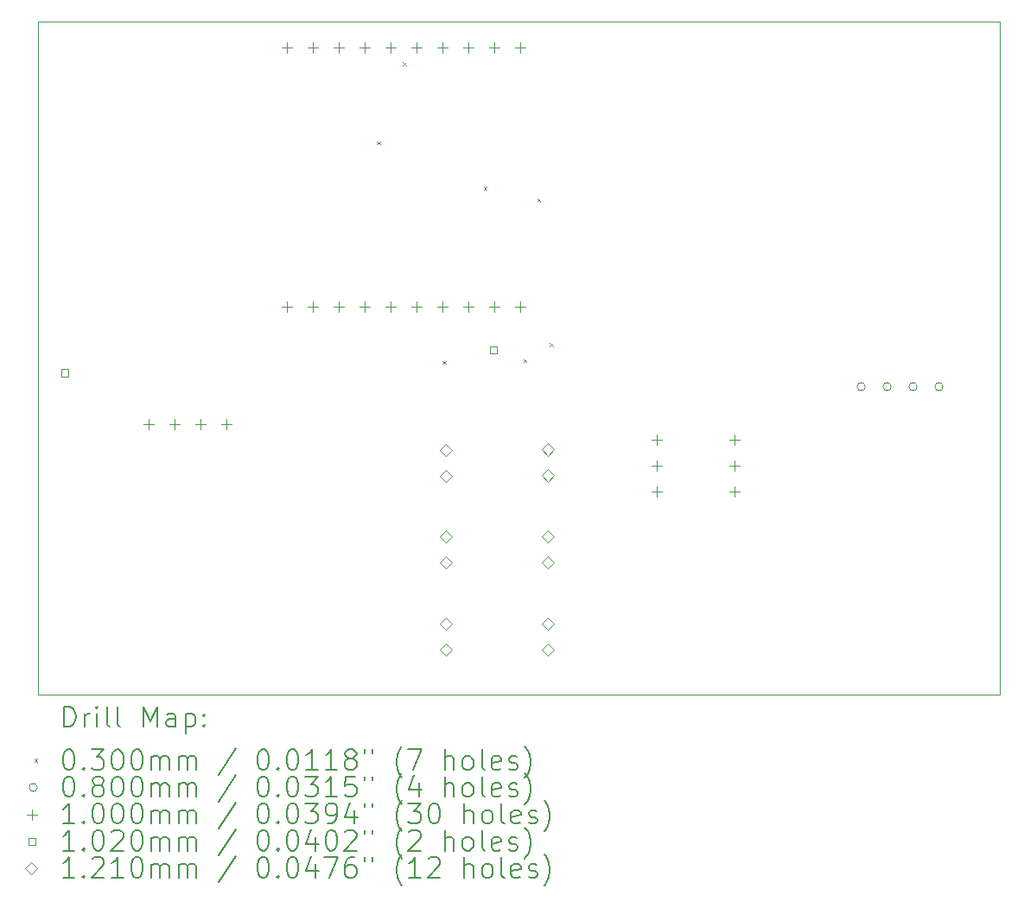
<source format=gbr>
%TF.GenerationSoftware,KiCad,Pcbnew,9.0.3*%
%TF.CreationDate,2025-08-01T16:51:28-05:00*%
%TF.ProjectId,Lab_Sensor_V2,4c61625f-5365-46e7-936f-725f56322e6b,rev?*%
%TF.SameCoordinates,Original*%
%TF.FileFunction,Drillmap*%
%TF.FilePolarity,Positive*%
%FSLAX45Y45*%
G04 Gerber Fmt 4.5, Leading zero omitted, Abs format (unit mm)*
G04 Created by KiCad (PCBNEW 9.0.3) date 2025-08-01 16:51:28*
%MOMM*%
%LPD*%
G01*
G04 APERTURE LIST*
%ADD10C,0.050000*%
%ADD11C,0.200000*%
%ADD12C,0.100000*%
%ADD13C,0.102000*%
%ADD14C,0.121000*%
G04 APERTURE END LIST*
D10*
X7500000Y-4650000D02*
X16925000Y-4650000D01*
X16925000Y-11250000D01*
X7500000Y-11250000D01*
X7500000Y-4650000D01*
D11*
D12*
X10825000Y-5825000D02*
X10855000Y-5855000D01*
X10855000Y-5825000D02*
X10825000Y-5855000D01*
X11080000Y-5050000D02*
X11110000Y-5080000D01*
X11110000Y-5050000D02*
X11080000Y-5080000D01*
X11470000Y-7975000D02*
X11500000Y-8005000D01*
X11500000Y-7975000D02*
X11470000Y-8005000D01*
X11870000Y-6270000D02*
X11900000Y-6300000D01*
X11900000Y-6270000D02*
X11870000Y-6300000D01*
X12260000Y-7960000D02*
X12290000Y-7990000D01*
X12290000Y-7960000D02*
X12260000Y-7990000D01*
X12395000Y-6385000D02*
X12425000Y-6415000D01*
X12425000Y-6385000D02*
X12395000Y-6415000D01*
X12520000Y-7805000D02*
X12550000Y-7835000D01*
X12550000Y-7805000D02*
X12520000Y-7835000D01*
X15609000Y-8229250D02*
G75*
G02*
X15529000Y-8229250I-40000J0D01*
G01*
X15529000Y-8229250D02*
G75*
G02*
X15609000Y-8229250I40000J0D01*
G01*
X15863000Y-8229250D02*
G75*
G02*
X15783000Y-8229250I-40000J0D01*
G01*
X15783000Y-8229250D02*
G75*
G02*
X15863000Y-8229250I40000J0D01*
G01*
X16117000Y-8229250D02*
G75*
G02*
X16037000Y-8229250I-40000J0D01*
G01*
X16037000Y-8229250D02*
G75*
G02*
X16117000Y-8229250I40000J0D01*
G01*
X16371000Y-8229250D02*
G75*
G02*
X16291000Y-8229250I-40000J0D01*
G01*
X16291000Y-8229250D02*
G75*
G02*
X16371000Y-8229250I40000J0D01*
G01*
X8588000Y-8550000D02*
X8588000Y-8650000D01*
X8538000Y-8600000D02*
X8638000Y-8600000D01*
X8842000Y-8550000D02*
X8842000Y-8650000D01*
X8792000Y-8600000D02*
X8892000Y-8600000D01*
X9096000Y-8550000D02*
X9096000Y-8650000D01*
X9046000Y-8600000D02*
X9146000Y-8600000D01*
X9350000Y-8550000D02*
X9350000Y-8650000D01*
X9300000Y-8600000D02*
X9400000Y-8600000D01*
X9943300Y-4855000D02*
X9943300Y-4955000D01*
X9893300Y-4905000D02*
X9993300Y-4905000D01*
X9943300Y-7395000D02*
X9943300Y-7495000D01*
X9893300Y-7445000D02*
X9993300Y-7445000D01*
X10197300Y-4855000D02*
X10197300Y-4955000D01*
X10147300Y-4905000D02*
X10247300Y-4905000D01*
X10197300Y-7395000D02*
X10197300Y-7495000D01*
X10147300Y-7445000D02*
X10247300Y-7445000D01*
X10451300Y-4855000D02*
X10451300Y-4955000D01*
X10401300Y-4905000D02*
X10501300Y-4905000D01*
X10451300Y-7395000D02*
X10451300Y-7495000D01*
X10401300Y-7445000D02*
X10501300Y-7445000D01*
X10705300Y-4855000D02*
X10705300Y-4955000D01*
X10655300Y-4905000D02*
X10755300Y-4905000D01*
X10705300Y-7395000D02*
X10705300Y-7495000D01*
X10655300Y-7445000D02*
X10755300Y-7445000D01*
X10959300Y-4855000D02*
X10959300Y-4955000D01*
X10909300Y-4905000D02*
X11009300Y-4905000D01*
X10959300Y-7395000D02*
X10959300Y-7495000D01*
X10909300Y-7445000D02*
X11009300Y-7445000D01*
X11213300Y-4855000D02*
X11213300Y-4955000D01*
X11163300Y-4905000D02*
X11263300Y-4905000D01*
X11213300Y-7395000D02*
X11213300Y-7495000D01*
X11163300Y-7445000D02*
X11263300Y-7445000D01*
X11467300Y-4855000D02*
X11467300Y-4955000D01*
X11417300Y-4905000D02*
X11517300Y-4905000D01*
X11467300Y-7395000D02*
X11467300Y-7495000D01*
X11417300Y-7445000D02*
X11517300Y-7445000D01*
X11721300Y-4855000D02*
X11721300Y-4955000D01*
X11671300Y-4905000D02*
X11771300Y-4905000D01*
X11721300Y-7395000D02*
X11721300Y-7495000D01*
X11671300Y-7445000D02*
X11771300Y-7445000D01*
X11975300Y-4855000D02*
X11975300Y-4955000D01*
X11925300Y-4905000D02*
X12025300Y-4905000D01*
X11975300Y-7395000D02*
X11975300Y-7495000D01*
X11925300Y-7445000D02*
X12025300Y-7445000D01*
X12229300Y-4855000D02*
X12229300Y-4955000D01*
X12179300Y-4905000D02*
X12279300Y-4905000D01*
X12229300Y-7395000D02*
X12229300Y-7495000D01*
X12179300Y-7445000D02*
X12279300Y-7445000D01*
X13569000Y-8696000D02*
X13569000Y-8796000D01*
X13519000Y-8746000D02*
X13619000Y-8746000D01*
X13569000Y-8950000D02*
X13569000Y-9050000D01*
X13519000Y-9000000D02*
X13619000Y-9000000D01*
X13569000Y-9204000D02*
X13569000Y-9304000D01*
X13519000Y-9254000D02*
X13619000Y-9254000D01*
X14331000Y-8696000D02*
X14331000Y-8796000D01*
X14281000Y-8746000D02*
X14381000Y-8746000D01*
X14331000Y-8950000D02*
X14331000Y-9050000D01*
X14281000Y-9000000D02*
X14381000Y-9000000D01*
X14331000Y-9204000D02*
X14331000Y-9304000D01*
X14281000Y-9254000D02*
X14381000Y-9254000D01*
D13*
X7801063Y-8131063D02*
X7801063Y-8058937D01*
X7728937Y-8058937D01*
X7728937Y-8131063D01*
X7801063Y-8131063D01*
X12001063Y-7906063D02*
X12001063Y-7833937D01*
X11928937Y-7833937D01*
X11928937Y-7906063D01*
X12001063Y-7906063D01*
D14*
X11500000Y-8910500D02*
X11560500Y-8850000D01*
X11500000Y-8789500D01*
X11439500Y-8850000D01*
X11500000Y-8910500D01*
X11500000Y-9164500D02*
X11560500Y-9104000D01*
X11500000Y-9043500D01*
X11439500Y-9104000D01*
X11500000Y-9164500D01*
X11500000Y-9760500D02*
X11560500Y-9700000D01*
X11500000Y-9639500D01*
X11439500Y-9700000D01*
X11500000Y-9760500D01*
X11500000Y-10014500D02*
X11560500Y-9954000D01*
X11500000Y-9893500D01*
X11439500Y-9954000D01*
X11500000Y-10014500D01*
X11500000Y-10610500D02*
X11560500Y-10550000D01*
X11500000Y-10489500D01*
X11439500Y-10550000D01*
X11500000Y-10610500D01*
X11500000Y-10864500D02*
X11560500Y-10804000D01*
X11500000Y-10743500D01*
X11439500Y-10804000D01*
X11500000Y-10864500D01*
X12500000Y-8906500D02*
X12560500Y-8846000D01*
X12500000Y-8785500D01*
X12439500Y-8846000D01*
X12500000Y-8906500D01*
X12500000Y-9160500D02*
X12560500Y-9100000D01*
X12500000Y-9039500D01*
X12439500Y-9100000D01*
X12500000Y-9160500D01*
X12500000Y-9760500D02*
X12560500Y-9700000D01*
X12500000Y-9639500D01*
X12439500Y-9700000D01*
X12500000Y-9760500D01*
X12500000Y-10014500D02*
X12560500Y-9954000D01*
X12500000Y-9893500D01*
X12439500Y-9954000D01*
X12500000Y-10014500D01*
X12500000Y-10610500D02*
X12560500Y-10550000D01*
X12500000Y-10489500D01*
X12439500Y-10550000D01*
X12500000Y-10610500D01*
X12500000Y-10864500D02*
X12560500Y-10804000D01*
X12500000Y-10743500D01*
X12439500Y-10804000D01*
X12500000Y-10864500D01*
D11*
X7758277Y-11563984D02*
X7758277Y-11363984D01*
X7758277Y-11363984D02*
X7805896Y-11363984D01*
X7805896Y-11363984D02*
X7834467Y-11373508D01*
X7834467Y-11373508D02*
X7853515Y-11392555D01*
X7853515Y-11392555D02*
X7863039Y-11411603D01*
X7863039Y-11411603D02*
X7872562Y-11449698D01*
X7872562Y-11449698D02*
X7872562Y-11478269D01*
X7872562Y-11478269D02*
X7863039Y-11516365D01*
X7863039Y-11516365D02*
X7853515Y-11535412D01*
X7853515Y-11535412D02*
X7834467Y-11554460D01*
X7834467Y-11554460D02*
X7805896Y-11563984D01*
X7805896Y-11563984D02*
X7758277Y-11563984D01*
X7958277Y-11563984D02*
X7958277Y-11430650D01*
X7958277Y-11468746D02*
X7967801Y-11449698D01*
X7967801Y-11449698D02*
X7977324Y-11440174D01*
X7977324Y-11440174D02*
X7996372Y-11430650D01*
X7996372Y-11430650D02*
X8015420Y-11430650D01*
X8082086Y-11563984D02*
X8082086Y-11430650D01*
X8082086Y-11363984D02*
X8072562Y-11373508D01*
X8072562Y-11373508D02*
X8082086Y-11383031D01*
X8082086Y-11383031D02*
X8091610Y-11373508D01*
X8091610Y-11373508D02*
X8082086Y-11363984D01*
X8082086Y-11363984D02*
X8082086Y-11383031D01*
X8205896Y-11563984D02*
X8186848Y-11554460D01*
X8186848Y-11554460D02*
X8177324Y-11535412D01*
X8177324Y-11535412D02*
X8177324Y-11363984D01*
X8310658Y-11563984D02*
X8291610Y-11554460D01*
X8291610Y-11554460D02*
X8282086Y-11535412D01*
X8282086Y-11535412D02*
X8282086Y-11363984D01*
X8539229Y-11563984D02*
X8539229Y-11363984D01*
X8539229Y-11363984D02*
X8605896Y-11506841D01*
X8605896Y-11506841D02*
X8672563Y-11363984D01*
X8672563Y-11363984D02*
X8672563Y-11563984D01*
X8853515Y-11563984D02*
X8853515Y-11459222D01*
X8853515Y-11459222D02*
X8843991Y-11440174D01*
X8843991Y-11440174D02*
X8824944Y-11430650D01*
X8824944Y-11430650D02*
X8786848Y-11430650D01*
X8786848Y-11430650D02*
X8767801Y-11440174D01*
X8853515Y-11554460D02*
X8834467Y-11563984D01*
X8834467Y-11563984D02*
X8786848Y-11563984D01*
X8786848Y-11563984D02*
X8767801Y-11554460D01*
X8767801Y-11554460D02*
X8758277Y-11535412D01*
X8758277Y-11535412D02*
X8758277Y-11516365D01*
X8758277Y-11516365D02*
X8767801Y-11497317D01*
X8767801Y-11497317D02*
X8786848Y-11487793D01*
X8786848Y-11487793D02*
X8834467Y-11487793D01*
X8834467Y-11487793D02*
X8853515Y-11478269D01*
X8948753Y-11430650D02*
X8948753Y-11630650D01*
X8948753Y-11440174D02*
X8967801Y-11430650D01*
X8967801Y-11430650D02*
X9005896Y-11430650D01*
X9005896Y-11430650D02*
X9024944Y-11440174D01*
X9024944Y-11440174D02*
X9034467Y-11449698D01*
X9034467Y-11449698D02*
X9043991Y-11468746D01*
X9043991Y-11468746D02*
X9043991Y-11525888D01*
X9043991Y-11525888D02*
X9034467Y-11544936D01*
X9034467Y-11544936D02*
X9024944Y-11554460D01*
X9024944Y-11554460D02*
X9005896Y-11563984D01*
X9005896Y-11563984D02*
X8967801Y-11563984D01*
X8967801Y-11563984D02*
X8948753Y-11554460D01*
X9129705Y-11544936D02*
X9139229Y-11554460D01*
X9139229Y-11554460D02*
X9129705Y-11563984D01*
X9129705Y-11563984D02*
X9120182Y-11554460D01*
X9120182Y-11554460D02*
X9129705Y-11544936D01*
X9129705Y-11544936D02*
X9129705Y-11563984D01*
X9129705Y-11440174D02*
X9139229Y-11449698D01*
X9139229Y-11449698D02*
X9129705Y-11459222D01*
X9129705Y-11459222D02*
X9120182Y-11449698D01*
X9120182Y-11449698D02*
X9129705Y-11440174D01*
X9129705Y-11440174D02*
X9129705Y-11459222D01*
D12*
X7467500Y-11877500D02*
X7497500Y-11907500D01*
X7497500Y-11877500D02*
X7467500Y-11907500D01*
D11*
X7796372Y-11783984D02*
X7815420Y-11783984D01*
X7815420Y-11783984D02*
X7834467Y-11793508D01*
X7834467Y-11793508D02*
X7843991Y-11803031D01*
X7843991Y-11803031D02*
X7853515Y-11822079D01*
X7853515Y-11822079D02*
X7863039Y-11860174D01*
X7863039Y-11860174D02*
X7863039Y-11907793D01*
X7863039Y-11907793D02*
X7853515Y-11945888D01*
X7853515Y-11945888D02*
X7843991Y-11964936D01*
X7843991Y-11964936D02*
X7834467Y-11974460D01*
X7834467Y-11974460D02*
X7815420Y-11983984D01*
X7815420Y-11983984D02*
X7796372Y-11983984D01*
X7796372Y-11983984D02*
X7777324Y-11974460D01*
X7777324Y-11974460D02*
X7767801Y-11964936D01*
X7767801Y-11964936D02*
X7758277Y-11945888D01*
X7758277Y-11945888D02*
X7748753Y-11907793D01*
X7748753Y-11907793D02*
X7748753Y-11860174D01*
X7748753Y-11860174D02*
X7758277Y-11822079D01*
X7758277Y-11822079D02*
X7767801Y-11803031D01*
X7767801Y-11803031D02*
X7777324Y-11793508D01*
X7777324Y-11793508D02*
X7796372Y-11783984D01*
X7948753Y-11964936D02*
X7958277Y-11974460D01*
X7958277Y-11974460D02*
X7948753Y-11983984D01*
X7948753Y-11983984D02*
X7939229Y-11974460D01*
X7939229Y-11974460D02*
X7948753Y-11964936D01*
X7948753Y-11964936D02*
X7948753Y-11983984D01*
X8024943Y-11783984D02*
X8148753Y-11783984D01*
X8148753Y-11783984D02*
X8082086Y-11860174D01*
X8082086Y-11860174D02*
X8110658Y-11860174D01*
X8110658Y-11860174D02*
X8129705Y-11869698D01*
X8129705Y-11869698D02*
X8139229Y-11879222D01*
X8139229Y-11879222D02*
X8148753Y-11898269D01*
X8148753Y-11898269D02*
X8148753Y-11945888D01*
X8148753Y-11945888D02*
X8139229Y-11964936D01*
X8139229Y-11964936D02*
X8129705Y-11974460D01*
X8129705Y-11974460D02*
X8110658Y-11983984D01*
X8110658Y-11983984D02*
X8053515Y-11983984D01*
X8053515Y-11983984D02*
X8034467Y-11974460D01*
X8034467Y-11974460D02*
X8024943Y-11964936D01*
X8272562Y-11783984D02*
X8291610Y-11783984D01*
X8291610Y-11783984D02*
X8310658Y-11793508D01*
X8310658Y-11793508D02*
X8320182Y-11803031D01*
X8320182Y-11803031D02*
X8329705Y-11822079D01*
X8329705Y-11822079D02*
X8339229Y-11860174D01*
X8339229Y-11860174D02*
X8339229Y-11907793D01*
X8339229Y-11907793D02*
X8329705Y-11945888D01*
X8329705Y-11945888D02*
X8320182Y-11964936D01*
X8320182Y-11964936D02*
X8310658Y-11974460D01*
X8310658Y-11974460D02*
X8291610Y-11983984D01*
X8291610Y-11983984D02*
X8272562Y-11983984D01*
X8272562Y-11983984D02*
X8253515Y-11974460D01*
X8253515Y-11974460D02*
X8243991Y-11964936D01*
X8243991Y-11964936D02*
X8234467Y-11945888D01*
X8234467Y-11945888D02*
X8224943Y-11907793D01*
X8224943Y-11907793D02*
X8224943Y-11860174D01*
X8224943Y-11860174D02*
X8234467Y-11822079D01*
X8234467Y-11822079D02*
X8243991Y-11803031D01*
X8243991Y-11803031D02*
X8253515Y-11793508D01*
X8253515Y-11793508D02*
X8272562Y-11783984D01*
X8463039Y-11783984D02*
X8482086Y-11783984D01*
X8482086Y-11783984D02*
X8501134Y-11793508D01*
X8501134Y-11793508D02*
X8510658Y-11803031D01*
X8510658Y-11803031D02*
X8520182Y-11822079D01*
X8520182Y-11822079D02*
X8529705Y-11860174D01*
X8529705Y-11860174D02*
X8529705Y-11907793D01*
X8529705Y-11907793D02*
X8520182Y-11945888D01*
X8520182Y-11945888D02*
X8510658Y-11964936D01*
X8510658Y-11964936D02*
X8501134Y-11974460D01*
X8501134Y-11974460D02*
X8482086Y-11983984D01*
X8482086Y-11983984D02*
X8463039Y-11983984D01*
X8463039Y-11983984D02*
X8443991Y-11974460D01*
X8443991Y-11974460D02*
X8434467Y-11964936D01*
X8434467Y-11964936D02*
X8424944Y-11945888D01*
X8424944Y-11945888D02*
X8415420Y-11907793D01*
X8415420Y-11907793D02*
X8415420Y-11860174D01*
X8415420Y-11860174D02*
X8424944Y-11822079D01*
X8424944Y-11822079D02*
X8434467Y-11803031D01*
X8434467Y-11803031D02*
X8443991Y-11793508D01*
X8443991Y-11793508D02*
X8463039Y-11783984D01*
X8615420Y-11983984D02*
X8615420Y-11850650D01*
X8615420Y-11869698D02*
X8624944Y-11860174D01*
X8624944Y-11860174D02*
X8643991Y-11850650D01*
X8643991Y-11850650D02*
X8672563Y-11850650D01*
X8672563Y-11850650D02*
X8691610Y-11860174D01*
X8691610Y-11860174D02*
X8701134Y-11879222D01*
X8701134Y-11879222D02*
X8701134Y-11983984D01*
X8701134Y-11879222D02*
X8710658Y-11860174D01*
X8710658Y-11860174D02*
X8729705Y-11850650D01*
X8729705Y-11850650D02*
X8758277Y-11850650D01*
X8758277Y-11850650D02*
X8777325Y-11860174D01*
X8777325Y-11860174D02*
X8786848Y-11879222D01*
X8786848Y-11879222D02*
X8786848Y-11983984D01*
X8882086Y-11983984D02*
X8882086Y-11850650D01*
X8882086Y-11869698D02*
X8891610Y-11860174D01*
X8891610Y-11860174D02*
X8910658Y-11850650D01*
X8910658Y-11850650D02*
X8939229Y-11850650D01*
X8939229Y-11850650D02*
X8958277Y-11860174D01*
X8958277Y-11860174D02*
X8967801Y-11879222D01*
X8967801Y-11879222D02*
X8967801Y-11983984D01*
X8967801Y-11879222D02*
X8977325Y-11860174D01*
X8977325Y-11860174D02*
X8996372Y-11850650D01*
X8996372Y-11850650D02*
X9024944Y-11850650D01*
X9024944Y-11850650D02*
X9043991Y-11860174D01*
X9043991Y-11860174D02*
X9053515Y-11879222D01*
X9053515Y-11879222D02*
X9053515Y-11983984D01*
X9443991Y-11774460D02*
X9272563Y-12031603D01*
X9701134Y-11783984D02*
X9720182Y-11783984D01*
X9720182Y-11783984D02*
X9739229Y-11793508D01*
X9739229Y-11793508D02*
X9748753Y-11803031D01*
X9748753Y-11803031D02*
X9758277Y-11822079D01*
X9758277Y-11822079D02*
X9767801Y-11860174D01*
X9767801Y-11860174D02*
X9767801Y-11907793D01*
X9767801Y-11907793D02*
X9758277Y-11945888D01*
X9758277Y-11945888D02*
X9748753Y-11964936D01*
X9748753Y-11964936D02*
X9739229Y-11974460D01*
X9739229Y-11974460D02*
X9720182Y-11983984D01*
X9720182Y-11983984D02*
X9701134Y-11983984D01*
X9701134Y-11983984D02*
X9682087Y-11974460D01*
X9682087Y-11974460D02*
X9672563Y-11964936D01*
X9672563Y-11964936D02*
X9663039Y-11945888D01*
X9663039Y-11945888D02*
X9653515Y-11907793D01*
X9653515Y-11907793D02*
X9653515Y-11860174D01*
X9653515Y-11860174D02*
X9663039Y-11822079D01*
X9663039Y-11822079D02*
X9672563Y-11803031D01*
X9672563Y-11803031D02*
X9682087Y-11793508D01*
X9682087Y-11793508D02*
X9701134Y-11783984D01*
X9853515Y-11964936D02*
X9863039Y-11974460D01*
X9863039Y-11974460D02*
X9853515Y-11983984D01*
X9853515Y-11983984D02*
X9843991Y-11974460D01*
X9843991Y-11974460D02*
X9853515Y-11964936D01*
X9853515Y-11964936D02*
X9853515Y-11983984D01*
X9986848Y-11783984D02*
X10005896Y-11783984D01*
X10005896Y-11783984D02*
X10024944Y-11793508D01*
X10024944Y-11793508D02*
X10034468Y-11803031D01*
X10034468Y-11803031D02*
X10043991Y-11822079D01*
X10043991Y-11822079D02*
X10053515Y-11860174D01*
X10053515Y-11860174D02*
X10053515Y-11907793D01*
X10053515Y-11907793D02*
X10043991Y-11945888D01*
X10043991Y-11945888D02*
X10034468Y-11964936D01*
X10034468Y-11964936D02*
X10024944Y-11974460D01*
X10024944Y-11974460D02*
X10005896Y-11983984D01*
X10005896Y-11983984D02*
X9986848Y-11983984D01*
X9986848Y-11983984D02*
X9967801Y-11974460D01*
X9967801Y-11974460D02*
X9958277Y-11964936D01*
X9958277Y-11964936D02*
X9948753Y-11945888D01*
X9948753Y-11945888D02*
X9939229Y-11907793D01*
X9939229Y-11907793D02*
X9939229Y-11860174D01*
X9939229Y-11860174D02*
X9948753Y-11822079D01*
X9948753Y-11822079D02*
X9958277Y-11803031D01*
X9958277Y-11803031D02*
X9967801Y-11793508D01*
X9967801Y-11793508D02*
X9986848Y-11783984D01*
X10243991Y-11983984D02*
X10129706Y-11983984D01*
X10186848Y-11983984D02*
X10186848Y-11783984D01*
X10186848Y-11783984D02*
X10167801Y-11812555D01*
X10167801Y-11812555D02*
X10148753Y-11831603D01*
X10148753Y-11831603D02*
X10129706Y-11841127D01*
X10434468Y-11983984D02*
X10320182Y-11983984D01*
X10377325Y-11983984D02*
X10377325Y-11783984D01*
X10377325Y-11783984D02*
X10358277Y-11812555D01*
X10358277Y-11812555D02*
X10339229Y-11831603D01*
X10339229Y-11831603D02*
X10320182Y-11841127D01*
X10548753Y-11869698D02*
X10529706Y-11860174D01*
X10529706Y-11860174D02*
X10520182Y-11850650D01*
X10520182Y-11850650D02*
X10510658Y-11831603D01*
X10510658Y-11831603D02*
X10510658Y-11822079D01*
X10510658Y-11822079D02*
X10520182Y-11803031D01*
X10520182Y-11803031D02*
X10529706Y-11793508D01*
X10529706Y-11793508D02*
X10548753Y-11783984D01*
X10548753Y-11783984D02*
X10586849Y-11783984D01*
X10586849Y-11783984D02*
X10605896Y-11793508D01*
X10605896Y-11793508D02*
X10615420Y-11803031D01*
X10615420Y-11803031D02*
X10624944Y-11822079D01*
X10624944Y-11822079D02*
X10624944Y-11831603D01*
X10624944Y-11831603D02*
X10615420Y-11850650D01*
X10615420Y-11850650D02*
X10605896Y-11860174D01*
X10605896Y-11860174D02*
X10586849Y-11869698D01*
X10586849Y-11869698D02*
X10548753Y-11869698D01*
X10548753Y-11869698D02*
X10529706Y-11879222D01*
X10529706Y-11879222D02*
X10520182Y-11888746D01*
X10520182Y-11888746D02*
X10510658Y-11907793D01*
X10510658Y-11907793D02*
X10510658Y-11945888D01*
X10510658Y-11945888D02*
X10520182Y-11964936D01*
X10520182Y-11964936D02*
X10529706Y-11974460D01*
X10529706Y-11974460D02*
X10548753Y-11983984D01*
X10548753Y-11983984D02*
X10586849Y-11983984D01*
X10586849Y-11983984D02*
X10605896Y-11974460D01*
X10605896Y-11974460D02*
X10615420Y-11964936D01*
X10615420Y-11964936D02*
X10624944Y-11945888D01*
X10624944Y-11945888D02*
X10624944Y-11907793D01*
X10624944Y-11907793D02*
X10615420Y-11888746D01*
X10615420Y-11888746D02*
X10605896Y-11879222D01*
X10605896Y-11879222D02*
X10586849Y-11869698D01*
X10701134Y-11783984D02*
X10701134Y-11822079D01*
X10777325Y-11783984D02*
X10777325Y-11822079D01*
X11072563Y-12060174D02*
X11063039Y-12050650D01*
X11063039Y-12050650D02*
X11043991Y-12022079D01*
X11043991Y-12022079D02*
X11034468Y-12003031D01*
X11034468Y-12003031D02*
X11024944Y-11974460D01*
X11024944Y-11974460D02*
X11015420Y-11926841D01*
X11015420Y-11926841D02*
X11015420Y-11888746D01*
X11015420Y-11888746D02*
X11024944Y-11841127D01*
X11024944Y-11841127D02*
X11034468Y-11812555D01*
X11034468Y-11812555D02*
X11043991Y-11793508D01*
X11043991Y-11793508D02*
X11063039Y-11764936D01*
X11063039Y-11764936D02*
X11072563Y-11755412D01*
X11129706Y-11783984D02*
X11263039Y-11783984D01*
X11263039Y-11783984D02*
X11177325Y-11983984D01*
X11491610Y-11983984D02*
X11491610Y-11783984D01*
X11577325Y-11983984D02*
X11577325Y-11879222D01*
X11577325Y-11879222D02*
X11567801Y-11860174D01*
X11567801Y-11860174D02*
X11548753Y-11850650D01*
X11548753Y-11850650D02*
X11520182Y-11850650D01*
X11520182Y-11850650D02*
X11501134Y-11860174D01*
X11501134Y-11860174D02*
X11491610Y-11869698D01*
X11701134Y-11983984D02*
X11682087Y-11974460D01*
X11682087Y-11974460D02*
X11672563Y-11964936D01*
X11672563Y-11964936D02*
X11663039Y-11945888D01*
X11663039Y-11945888D02*
X11663039Y-11888746D01*
X11663039Y-11888746D02*
X11672563Y-11869698D01*
X11672563Y-11869698D02*
X11682087Y-11860174D01*
X11682087Y-11860174D02*
X11701134Y-11850650D01*
X11701134Y-11850650D02*
X11729706Y-11850650D01*
X11729706Y-11850650D02*
X11748753Y-11860174D01*
X11748753Y-11860174D02*
X11758277Y-11869698D01*
X11758277Y-11869698D02*
X11767801Y-11888746D01*
X11767801Y-11888746D02*
X11767801Y-11945888D01*
X11767801Y-11945888D02*
X11758277Y-11964936D01*
X11758277Y-11964936D02*
X11748753Y-11974460D01*
X11748753Y-11974460D02*
X11729706Y-11983984D01*
X11729706Y-11983984D02*
X11701134Y-11983984D01*
X11882087Y-11983984D02*
X11863039Y-11974460D01*
X11863039Y-11974460D02*
X11853515Y-11955412D01*
X11853515Y-11955412D02*
X11853515Y-11783984D01*
X12034468Y-11974460D02*
X12015420Y-11983984D01*
X12015420Y-11983984D02*
X11977325Y-11983984D01*
X11977325Y-11983984D02*
X11958277Y-11974460D01*
X11958277Y-11974460D02*
X11948753Y-11955412D01*
X11948753Y-11955412D02*
X11948753Y-11879222D01*
X11948753Y-11879222D02*
X11958277Y-11860174D01*
X11958277Y-11860174D02*
X11977325Y-11850650D01*
X11977325Y-11850650D02*
X12015420Y-11850650D01*
X12015420Y-11850650D02*
X12034468Y-11860174D01*
X12034468Y-11860174D02*
X12043991Y-11879222D01*
X12043991Y-11879222D02*
X12043991Y-11898269D01*
X12043991Y-11898269D02*
X11948753Y-11917317D01*
X12120182Y-11974460D02*
X12139230Y-11983984D01*
X12139230Y-11983984D02*
X12177325Y-11983984D01*
X12177325Y-11983984D02*
X12196372Y-11974460D01*
X12196372Y-11974460D02*
X12205896Y-11955412D01*
X12205896Y-11955412D02*
X12205896Y-11945888D01*
X12205896Y-11945888D02*
X12196372Y-11926841D01*
X12196372Y-11926841D02*
X12177325Y-11917317D01*
X12177325Y-11917317D02*
X12148753Y-11917317D01*
X12148753Y-11917317D02*
X12129706Y-11907793D01*
X12129706Y-11907793D02*
X12120182Y-11888746D01*
X12120182Y-11888746D02*
X12120182Y-11879222D01*
X12120182Y-11879222D02*
X12129706Y-11860174D01*
X12129706Y-11860174D02*
X12148753Y-11850650D01*
X12148753Y-11850650D02*
X12177325Y-11850650D01*
X12177325Y-11850650D02*
X12196372Y-11860174D01*
X12272563Y-12060174D02*
X12282087Y-12050650D01*
X12282087Y-12050650D02*
X12301134Y-12022079D01*
X12301134Y-12022079D02*
X12310658Y-12003031D01*
X12310658Y-12003031D02*
X12320182Y-11974460D01*
X12320182Y-11974460D02*
X12329706Y-11926841D01*
X12329706Y-11926841D02*
X12329706Y-11888746D01*
X12329706Y-11888746D02*
X12320182Y-11841127D01*
X12320182Y-11841127D02*
X12310658Y-11812555D01*
X12310658Y-11812555D02*
X12301134Y-11793508D01*
X12301134Y-11793508D02*
X12282087Y-11764936D01*
X12282087Y-11764936D02*
X12272563Y-11755412D01*
D12*
X7497500Y-12156500D02*
G75*
G02*
X7417500Y-12156500I-40000J0D01*
G01*
X7417500Y-12156500D02*
G75*
G02*
X7497500Y-12156500I40000J0D01*
G01*
D11*
X7796372Y-12047984D02*
X7815420Y-12047984D01*
X7815420Y-12047984D02*
X7834467Y-12057508D01*
X7834467Y-12057508D02*
X7843991Y-12067031D01*
X7843991Y-12067031D02*
X7853515Y-12086079D01*
X7853515Y-12086079D02*
X7863039Y-12124174D01*
X7863039Y-12124174D02*
X7863039Y-12171793D01*
X7863039Y-12171793D02*
X7853515Y-12209888D01*
X7853515Y-12209888D02*
X7843991Y-12228936D01*
X7843991Y-12228936D02*
X7834467Y-12238460D01*
X7834467Y-12238460D02*
X7815420Y-12247984D01*
X7815420Y-12247984D02*
X7796372Y-12247984D01*
X7796372Y-12247984D02*
X7777324Y-12238460D01*
X7777324Y-12238460D02*
X7767801Y-12228936D01*
X7767801Y-12228936D02*
X7758277Y-12209888D01*
X7758277Y-12209888D02*
X7748753Y-12171793D01*
X7748753Y-12171793D02*
X7748753Y-12124174D01*
X7748753Y-12124174D02*
X7758277Y-12086079D01*
X7758277Y-12086079D02*
X7767801Y-12067031D01*
X7767801Y-12067031D02*
X7777324Y-12057508D01*
X7777324Y-12057508D02*
X7796372Y-12047984D01*
X7948753Y-12228936D02*
X7958277Y-12238460D01*
X7958277Y-12238460D02*
X7948753Y-12247984D01*
X7948753Y-12247984D02*
X7939229Y-12238460D01*
X7939229Y-12238460D02*
X7948753Y-12228936D01*
X7948753Y-12228936D02*
X7948753Y-12247984D01*
X8072562Y-12133698D02*
X8053515Y-12124174D01*
X8053515Y-12124174D02*
X8043991Y-12114650D01*
X8043991Y-12114650D02*
X8034467Y-12095603D01*
X8034467Y-12095603D02*
X8034467Y-12086079D01*
X8034467Y-12086079D02*
X8043991Y-12067031D01*
X8043991Y-12067031D02*
X8053515Y-12057508D01*
X8053515Y-12057508D02*
X8072562Y-12047984D01*
X8072562Y-12047984D02*
X8110658Y-12047984D01*
X8110658Y-12047984D02*
X8129705Y-12057508D01*
X8129705Y-12057508D02*
X8139229Y-12067031D01*
X8139229Y-12067031D02*
X8148753Y-12086079D01*
X8148753Y-12086079D02*
X8148753Y-12095603D01*
X8148753Y-12095603D02*
X8139229Y-12114650D01*
X8139229Y-12114650D02*
X8129705Y-12124174D01*
X8129705Y-12124174D02*
X8110658Y-12133698D01*
X8110658Y-12133698D02*
X8072562Y-12133698D01*
X8072562Y-12133698D02*
X8053515Y-12143222D01*
X8053515Y-12143222D02*
X8043991Y-12152746D01*
X8043991Y-12152746D02*
X8034467Y-12171793D01*
X8034467Y-12171793D02*
X8034467Y-12209888D01*
X8034467Y-12209888D02*
X8043991Y-12228936D01*
X8043991Y-12228936D02*
X8053515Y-12238460D01*
X8053515Y-12238460D02*
X8072562Y-12247984D01*
X8072562Y-12247984D02*
X8110658Y-12247984D01*
X8110658Y-12247984D02*
X8129705Y-12238460D01*
X8129705Y-12238460D02*
X8139229Y-12228936D01*
X8139229Y-12228936D02*
X8148753Y-12209888D01*
X8148753Y-12209888D02*
X8148753Y-12171793D01*
X8148753Y-12171793D02*
X8139229Y-12152746D01*
X8139229Y-12152746D02*
X8129705Y-12143222D01*
X8129705Y-12143222D02*
X8110658Y-12133698D01*
X8272562Y-12047984D02*
X8291610Y-12047984D01*
X8291610Y-12047984D02*
X8310658Y-12057508D01*
X8310658Y-12057508D02*
X8320182Y-12067031D01*
X8320182Y-12067031D02*
X8329705Y-12086079D01*
X8329705Y-12086079D02*
X8339229Y-12124174D01*
X8339229Y-12124174D02*
X8339229Y-12171793D01*
X8339229Y-12171793D02*
X8329705Y-12209888D01*
X8329705Y-12209888D02*
X8320182Y-12228936D01*
X8320182Y-12228936D02*
X8310658Y-12238460D01*
X8310658Y-12238460D02*
X8291610Y-12247984D01*
X8291610Y-12247984D02*
X8272562Y-12247984D01*
X8272562Y-12247984D02*
X8253515Y-12238460D01*
X8253515Y-12238460D02*
X8243991Y-12228936D01*
X8243991Y-12228936D02*
X8234467Y-12209888D01*
X8234467Y-12209888D02*
X8224943Y-12171793D01*
X8224943Y-12171793D02*
X8224943Y-12124174D01*
X8224943Y-12124174D02*
X8234467Y-12086079D01*
X8234467Y-12086079D02*
X8243991Y-12067031D01*
X8243991Y-12067031D02*
X8253515Y-12057508D01*
X8253515Y-12057508D02*
X8272562Y-12047984D01*
X8463039Y-12047984D02*
X8482086Y-12047984D01*
X8482086Y-12047984D02*
X8501134Y-12057508D01*
X8501134Y-12057508D02*
X8510658Y-12067031D01*
X8510658Y-12067031D02*
X8520182Y-12086079D01*
X8520182Y-12086079D02*
X8529705Y-12124174D01*
X8529705Y-12124174D02*
X8529705Y-12171793D01*
X8529705Y-12171793D02*
X8520182Y-12209888D01*
X8520182Y-12209888D02*
X8510658Y-12228936D01*
X8510658Y-12228936D02*
X8501134Y-12238460D01*
X8501134Y-12238460D02*
X8482086Y-12247984D01*
X8482086Y-12247984D02*
X8463039Y-12247984D01*
X8463039Y-12247984D02*
X8443991Y-12238460D01*
X8443991Y-12238460D02*
X8434467Y-12228936D01*
X8434467Y-12228936D02*
X8424944Y-12209888D01*
X8424944Y-12209888D02*
X8415420Y-12171793D01*
X8415420Y-12171793D02*
X8415420Y-12124174D01*
X8415420Y-12124174D02*
X8424944Y-12086079D01*
X8424944Y-12086079D02*
X8434467Y-12067031D01*
X8434467Y-12067031D02*
X8443991Y-12057508D01*
X8443991Y-12057508D02*
X8463039Y-12047984D01*
X8615420Y-12247984D02*
X8615420Y-12114650D01*
X8615420Y-12133698D02*
X8624944Y-12124174D01*
X8624944Y-12124174D02*
X8643991Y-12114650D01*
X8643991Y-12114650D02*
X8672563Y-12114650D01*
X8672563Y-12114650D02*
X8691610Y-12124174D01*
X8691610Y-12124174D02*
X8701134Y-12143222D01*
X8701134Y-12143222D02*
X8701134Y-12247984D01*
X8701134Y-12143222D02*
X8710658Y-12124174D01*
X8710658Y-12124174D02*
X8729705Y-12114650D01*
X8729705Y-12114650D02*
X8758277Y-12114650D01*
X8758277Y-12114650D02*
X8777325Y-12124174D01*
X8777325Y-12124174D02*
X8786848Y-12143222D01*
X8786848Y-12143222D02*
X8786848Y-12247984D01*
X8882086Y-12247984D02*
X8882086Y-12114650D01*
X8882086Y-12133698D02*
X8891610Y-12124174D01*
X8891610Y-12124174D02*
X8910658Y-12114650D01*
X8910658Y-12114650D02*
X8939229Y-12114650D01*
X8939229Y-12114650D02*
X8958277Y-12124174D01*
X8958277Y-12124174D02*
X8967801Y-12143222D01*
X8967801Y-12143222D02*
X8967801Y-12247984D01*
X8967801Y-12143222D02*
X8977325Y-12124174D01*
X8977325Y-12124174D02*
X8996372Y-12114650D01*
X8996372Y-12114650D02*
X9024944Y-12114650D01*
X9024944Y-12114650D02*
X9043991Y-12124174D01*
X9043991Y-12124174D02*
X9053515Y-12143222D01*
X9053515Y-12143222D02*
X9053515Y-12247984D01*
X9443991Y-12038460D02*
X9272563Y-12295603D01*
X9701134Y-12047984D02*
X9720182Y-12047984D01*
X9720182Y-12047984D02*
X9739229Y-12057508D01*
X9739229Y-12057508D02*
X9748753Y-12067031D01*
X9748753Y-12067031D02*
X9758277Y-12086079D01*
X9758277Y-12086079D02*
X9767801Y-12124174D01*
X9767801Y-12124174D02*
X9767801Y-12171793D01*
X9767801Y-12171793D02*
X9758277Y-12209888D01*
X9758277Y-12209888D02*
X9748753Y-12228936D01*
X9748753Y-12228936D02*
X9739229Y-12238460D01*
X9739229Y-12238460D02*
X9720182Y-12247984D01*
X9720182Y-12247984D02*
X9701134Y-12247984D01*
X9701134Y-12247984D02*
X9682087Y-12238460D01*
X9682087Y-12238460D02*
X9672563Y-12228936D01*
X9672563Y-12228936D02*
X9663039Y-12209888D01*
X9663039Y-12209888D02*
X9653515Y-12171793D01*
X9653515Y-12171793D02*
X9653515Y-12124174D01*
X9653515Y-12124174D02*
X9663039Y-12086079D01*
X9663039Y-12086079D02*
X9672563Y-12067031D01*
X9672563Y-12067031D02*
X9682087Y-12057508D01*
X9682087Y-12057508D02*
X9701134Y-12047984D01*
X9853515Y-12228936D02*
X9863039Y-12238460D01*
X9863039Y-12238460D02*
X9853515Y-12247984D01*
X9853515Y-12247984D02*
X9843991Y-12238460D01*
X9843991Y-12238460D02*
X9853515Y-12228936D01*
X9853515Y-12228936D02*
X9853515Y-12247984D01*
X9986848Y-12047984D02*
X10005896Y-12047984D01*
X10005896Y-12047984D02*
X10024944Y-12057508D01*
X10024944Y-12057508D02*
X10034468Y-12067031D01*
X10034468Y-12067031D02*
X10043991Y-12086079D01*
X10043991Y-12086079D02*
X10053515Y-12124174D01*
X10053515Y-12124174D02*
X10053515Y-12171793D01*
X10053515Y-12171793D02*
X10043991Y-12209888D01*
X10043991Y-12209888D02*
X10034468Y-12228936D01*
X10034468Y-12228936D02*
X10024944Y-12238460D01*
X10024944Y-12238460D02*
X10005896Y-12247984D01*
X10005896Y-12247984D02*
X9986848Y-12247984D01*
X9986848Y-12247984D02*
X9967801Y-12238460D01*
X9967801Y-12238460D02*
X9958277Y-12228936D01*
X9958277Y-12228936D02*
X9948753Y-12209888D01*
X9948753Y-12209888D02*
X9939229Y-12171793D01*
X9939229Y-12171793D02*
X9939229Y-12124174D01*
X9939229Y-12124174D02*
X9948753Y-12086079D01*
X9948753Y-12086079D02*
X9958277Y-12067031D01*
X9958277Y-12067031D02*
X9967801Y-12057508D01*
X9967801Y-12057508D02*
X9986848Y-12047984D01*
X10120182Y-12047984D02*
X10243991Y-12047984D01*
X10243991Y-12047984D02*
X10177325Y-12124174D01*
X10177325Y-12124174D02*
X10205896Y-12124174D01*
X10205896Y-12124174D02*
X10224944Y-12133698D01*
X10224944Y-12133698D02*
X10234468Y-12143222D01*
X10234468Y-12143222D02*
X10243991Y-12162269D01*
X10243991Y-12162269D02*
X10243991Y-12209888D01*
X10243991Y-12209888D02*
X10234468Y-12228936D01*
X10234468Y-12228936D02*
X10224944Y-12238460D01*
X10224944Y-12238460D02*
X10205896Y-12247984D01*
X10205896Y-12247984D02*
X10148753Y-12247984D01*
X10148753Y-12247984D02*
X10129706Y-12238460D01*
X10129706Y-12238460D02*
X10120182Y-12228936D01*
X10434468Y-12247984D02*
X10320182Y-12247984D01*
X10377325Y-12247984D02*
X10377325Y-12047984D01*
X10377325Y-12047984D02*
X10358277Y-12076555D01*
X10358277Y-12076555D02*
X10339229Y-12095603D01*
X10339229Y-12095603D02*
X10320182Y-12105127D01*
X10615420Y-12047984D02*
X10520182Y-12047984D01*
X10520182Y-12047984D02*
X10510658Y-12143222D01*
X10510658Y-12143222D02*
X10520182Y-12133698D01*
X10520182Y-12133698D02*
X10539229Y-12124174D01*
X10539229Y-12124174D02*
X10586849Y-12124174D01*
X10586849Y-12124174D02*
X10605896Y-12133698D01*
X10605896Y-12133698D02*
X10615420Y-12143222D01*
X10615420Y-12143222D02*
X10624944Y-12162269D01*
X10624944Y-12162269D02*
X10624944Y-12209888D01*
X10624944Y-12209888D02*
X10615420Y-12228936D01*
X10615420Y-12228936D02*
X10605896Y-12238460D01*
X10605896Y-12238460D02*
X10586849Y-12247984D01*
X10586849Y-12247984D02*
X10539229Y-12247984D01*
X10539229Y-12247984D02*
X10520182Y-12238460D01*
X10520182Y-12238460D02*
X10510658Y-12228936D01*
X10701134Y-12047984D02*
X10701134Y-12086079D01*
X10777325Y-12047984D02*
X10777325Y-12086079D01*
X11072563Y-12324174D02*
X11063039Y-12314650D01*
X11063039Y-12314650D02*
X11043991Y-12286079D01*
X11043991Y-12286079D02*
X11034468Y-12267031D01*
X11034468Y-12267031D02*
X11024944Y-12238460D01*
X11024944Y-12238460D02*
X11015420Y-12190841D01*
X11015420Y-12190841D02*
X11015420Y-12152746D01*
X11015420Y-12152746D02*
X11024944Y-12105127D01*
X11024944Y-12105127D02*
X11034468Y-12076555D01*
X11034468Y-12076555D02*
X11043991Y-12057508D01*
X11043991Y-12057508D02*
X11063039Y-12028936D01*
X11063039Y-12028936D02*
X11072563Y-12019412D01*
X11234468Y-12114650D02*
X11234468Y-12247984D01*
X11186848Y-12038460D02*
X11139230Y-12181317D01*
X11139230Y-12181317D02*
X11263039Y-12181317D01*
X11491610Y-12247984D02*
X11491610Y-12047984D01*
X11577325Y-12247984D02*
X11577325Y-12143222D01*
X11577325Y-12143222D02*
X11567801Y-12124174D01*
X11567801Y-12124174D02*
X11548753Y-12114650D01*
X11548753Y-12114650D02*
X11520182Y-12114650D01*
X11520182Y-12114650D02*
X11501134Y-12124174D01*
X11501134Y-12124174D02*
X11491610Y-12133698D01*
X11701134Y-12247984D02*
X11682087Y-12238460D01*
X11682087Y-12238460D02*
X11672563Y-12228936D01*
X11672563Y-12228936D02*
X11663039Y-12209888D01*
X11663039Y-12209888D02*
X11663039Y-12152746D01*
X11663039Y-12152746D02*
X11672563Y-12133698D01*
X11672563Y-12133698D02*
X11682087Y-12124174D01*
X11682087Y-12124174D02*
X11701134Y-12114650D01*
X11701134Y-12114650D02*
X11729706Y-12114650D01*
X11729706Y-12114650D02*
X11748753Y-12124174D01*
X11748753Y-12124174D02*
X11758277Y-12133698D01*
X11758277Y-12133698D02*
X11767801Y-12152746D01*
X11767801Y-12152746D02*
X11767801Y-12209888D01*
X11767801Y-12209888D02*
X11758277Y-12228936D01*
X11758277Y-12228936D02*
X11748753Y-12238460D01*
X11748753Y-12238460D02*
X11729706Y-12247984D01*
X11729706Y-12247984D02*
X11701134Y-12247984D01*
X11882087Y-12247984D02*
X11863039Y-12238460D01*
X11863039Y-12238460D02*
X11853515Y-12219412D01*
X11853515Y-12219412D02*
X11853515Y-12047984D01*
X12034468Y-12238460D02*
X12015420Y-12247984D01*
X12015420Y-12247984D02*
X11977325Y-12247984D01*
X11977325Y-12247984D02*
X11958277Y-12238460D01*
X11958277Y-12238460D02*
X11948753Y-12219412D01*
X11948753Y-12219412D02*
X11948753Y-12143222D01*
X11948753Y-12143222D02*
X11958277Y-12124174D01*
X11958277Y-12124174D02*
X11977325Y-12114650D01*
X11977325Y-12114650D02*
X12015420Y-12114650D01*
X12015420Y-12114650D02*
X12034468Y-12124174D01*
X12034468Y-12124174D02*
X12043991Y-12143222D01*
X12043991Y-12143222D02*
X12043991Y-12162269D01*
X12043991Y-12162269D02*
X11948753Y-12181317D01*
X12120182Y-12238460D02*
X12139230Y-12247984D01*
X12139230Y-12247984D02*
X12177325Y-12247984D01*
X12177325Y-12247984D02*
X12196372Y-12238460D01*
X12196372Y-12238460D02*
X12205896Y-12219412D01*
X12205896Y-12219412D02*
X12205896Y-12209888D01*
X12205896Y-12209888D02*
X12196372Y-12190841D01*
X12196372Y-12190841D02*
X12177325Y-12181317D01*
X12177325Y-12181317D02*
X12148753Y-12181317D01*
X12148753Y-12181317D02*
X12129706Y-12171793D01*
X12129706Y-12171793D02*
X12120182Y-12152746D01*
X12120182Y-12152746D02*
X12120182Y-12143222D01*
X12120182Y-12143222D02*
X12129706Y-12124174D01*
X12129706Y-12124174D02*
X12148753Y-12114650D01*
X12148753Y-12114650D02*
X12177325Y-12114650D01*
X12177325Y-12114650D02*
X12196372Y-12124174D01*
X12272563Y-12324174D02*
X12282087Y-12314650D01*
X12282087Y-12314650D02*
X12301134Y-12286079D01*
X12301134Y-12286079D02*
X12310658Y-12267031D01*
X12310658Y-12267031D02*
X12320182Y-12238460D01*
X12320182Y-12238460D02*
X12329706Y-12190841D01*
X12329706Y-12190841D02*
X12329706Y-12152746D01*
X12329706Y-12152746D02*
X12320182Y-12105127D01*
X12320182Y-12105127D02*
X12310658Y-12076555D01*
X12310658Y-12076555D02*
X12301134Y-12057508D01*
X12301134Y-12057508D02*
X12282087Y-12028936D01*
X12282087Y-12028936D02*
X12272563Y-12019412D01*
D12*
X7447500Y-12370500D02*
X7447500Y-12470500D01*
X7397500Y-12420500D02*
X7497500Y-12420500D01*
D11*
X7863039Y-12511984D02*
X7748753Y-12511984D01*
X7805896Y-12511984D02*
X7805896Y-12311984D01*
X7805896Y-12311984D02*
X7786848Y-12340555D01*
X7786848Y-12340555D02*
X7767801Y-12359603D01*
X7767801Y-12359603D02*
X7748753Y-12369127D01*
X7948753Y-12492936D02*
X7958277Y-12502460D01*
X7958277Y-12502460D02*
X7948753Y-12511984D01*
X7948753Y-12511984D02*
X7939229Y-12502460D01*
X7939229Y-12502460D02*
X7948753Y-12492936D01*
X7948753Y-12492936D02*
X7948753Y-12511984D01*
X8082086Y-12311984D02*
X8101134Y-12311984D01*
X8101134Y-12311984D02*
X8120182Y-12321508D01*
X8120182Y-12321508D02*
X8129705Y-12331031D01*
X8129705Y-12331031D02*
X8139229Y-12350079D01*
X8139229Y-12350079D02*
X8148753Y-12388174D01*
X8148753Y-12388174D02*
X8148753Y-12435793D01*
X8148753Y-12435793D02*
X8139229Y-12473888D01*
X8139229Y-12473888D02*
X8129705Y-12492936D01*
X8129705Y-12492936D02*
X8120182Y-12502460D01*
X8120182Y-12502460D02*
X8101134Y-12511984D01*
X8101134Y-12511984D02*
X8082086Y-12511984D01*
X8082086Y-12511984D02*
X8063039Y-12502460D01*
X8063039Y-12502460D02*
X8053515Y-12492936D01*
X8053515Y-12492936D02*
X8043991Y-12473888D01*
X8043991Y-12473888D02*
X8034467Y-12435793D01*
X8034467Y-12435793D02*
X8034467Y-12388174D01*
X8034467Y-12388174D02*
X8043991Y-12350079D01*
X8043991Y-12350079D02*
X8053515Y-12331031D01*
X8053515Y-12331031D02*
X8063039Y-12321508D01*
X8063039Y-12321508D02*
X8082086Y-12311984D01*
X8272562Y-12311984D02*
X8291610Y-12311984D01*
X8291610Y-12311984D02*
X8310658Y-12321508D01*
X8310658Y-12321508D02*
X8320182Y-12331031D01*
X8320182Y-12331031D02*
X8329705Y-12350079D01*
X8329705Y-12350079D02*
X8339229Y-12388174D01*
X8339229Y-12388174D02*
X8339229Y-12435793D01*
X8339229Y-12435793D02*
X8329705Y-12473888D01*
X8329705Y-12473888D02*
X8320182Y-12492936D01*
X8320182Y-12492936D02*
X8310658Y-12502460D01*
X8310658Y-12502460D02*
X8291610Y-12511984D01*
X8291610Y-12511984D02*
X8272562Y-12511984D01*
X8272562Y-12511984D02*
X8253515Y-12502460D01*
X8253515Y-12502460D02*
X8243991Y-12492936D01*
X8243991Y-12492936D02*
X8234467Y-12473888D01*
X8234467Y-12473888D02*
X8224943Y-12435793D01*
X8224943Y-12435793D02*
X8224943Y-12388174D01*
X8224943Y-12388174D02*
X8234467Y-12350079D01*
X8234467Y-12350079D02*
X8243991Y-12331031D01*
X8243991Y-12331031D02*
X8253515Y-12321508D01*
X8253515Y-12321508D02*
X8272562Y-12311984D01*
X8463039Y-12311984D02*
X8482086Y-12311984D01*
X8482086Y-12311984D02*
X8501134Y-12321508D01*
X8501134Y-12321508D02*
X8510658Y-12331031D01*
X8510658Y-12331031D02*
X8520182Y-12350079D01*
X8520182Y-12350079D02*
X8529705Y-12388174D01*
X8529705Y-12388174D02*
X8529705Y-12435793D01*
X8529705Y-12435793D02*
X8520182Y-12473888D01*
X8520182Y-12473888D02*
X8510658Y-12492936D01*
X8510658Y-12492936D02*
X8501134Y-12502460D01*
X8501134Y-12502460D02*
X8482086Y-12511984D01*
X8482086Y-12511984D02*
X8463039Y-12511984D01*
X8463039Y-12511984D02*
X8443991Y-12502460D01*
X8443991Y-12502460D02*
X8434467Y-12492936D01*
X8434467Y-12492936D02*
X8424944Y-12473888D01*
X8424944Y-12473888D02*
X8415420Y-12435793D01*
X8415420Y-12435793D02*
X8415420Y-12388174D01*
X8415420Y-12388174D02*
X8424944Y-12350079D01*
X8424944Y-12350079D02*
X8434467Y-12331031D01*
X8434467Y-12331031D02*
X8443991Y-12321508D01*
X8443991Y-12321508D02*
X8463039Y-12311984D01*
X8615420Y-12511984D02*
X8615420Y-12378650D01*
X8615420Y-12397698D02*
X8624944Y-12388174D01*
X8624944Y-12388174D02*
X8643991Y-12378650D01*
X8643991Y-12378650D02*
X8672563Y-12378650D01*
X8672563Y-12378650D02*
X8691610Y-12388174D01*
X8691610Y-12388174D02*
X8701134Y-12407222D01*
X8701134Y-12407222D02*
X8701134Y-12511984D01*
X8701134Y-12407222D02*
X8710658Y-12388174D01*
X8710658Y-12388174D02*
X8729705Y-12378650D01*
X8729705Y-12378650D02*
X8758277Y-12378650D01*
X8758277Y-12378650D02*
X8777325Y-12388174D01*
X8777325Y-12388174D02*
X8786848Y-12407222D01*
X8786848Y-12407222D02*
X8786848Y-12511984D01*
X8882086Y-12511984D02*
X8882086Y-12378650D01*
X8882086Y-12397698D02*
X8891610Y-12388174D01*
X8891610Y-12388174D02*
X8910658Y-12378650D01*
X8910658Y-12378650D02*
X8939229Y-12378650D01*
X8939229Y-12378650D02*
X8958277Y-12388174D01*
X8958277Y-12388174D02*
X8967801Y-12407222D01*
X8967801Y-12407222D02*
X8967801Y-12511984D01*
X8967801Y-12407222D02*
X8977325Y-12388174D01*
X8977325Y-12388174D02*
X8996372Y-12378650D01*
X8996372Y-12378650D02*
X9024944Y-12378650D01*
X9024944Y-12378650D02*
X9043991Y-12388174D01*
X9043991Y-12388174D02*
X9053515Y-12407222D01*
X9053515Y-12407222D02*
X9053515Y-12511984D01*
X9443991Y-12302460D02*
X9272563Y-12559603D01*
X9701134Y-12311984D02*
X9720182Y-12311984D01*
X9720182Y-12311984D02*
X9739229Y-12321508D01*
X9739229Y-12321508D02*
X9748753Y-12331031D01*
X9748753Y-12331031D02*
X9758277Y-12350079D01*
X9758277Y-12350079D02*
X9767801Y-12388174D01*
X9767801Y-12388174D02*
X9767801Y-12435793D01*
X9767801Y-12435793D02*
X9758277Y-12473888D01*
X9758277Y-12473888D02*
X9748753Y-12492936D01*
X9748753Y-12492936D02*
X9739229Y-12502460D01*
X9739229Y-12502460D02*
X9720182Y-12511984D01*
X9720182Y-12511984D02*
X9701134Y-12511984D01*
X9701134Y-12511984D02*
X9682087Y-12502460D01*
X9682087Y-12502460D02*
X9672563Y-12492936D01*
X9672563Y-12492936D02*
X9663039Y-12473888D01*
X9663039Y-12473888D02*
X9653515Y-12435793D01*
X9653515Y-12435793D02*
X9653515Y-12388174D01*
X9653515Y-12388174D02*
X9663039Y-12350079D01*
X9663039Y-12350079D02*
X9672563Y-12331031D01*
X9672563Y-12331031D02*
X9682087Y-12321508D01*
X9682087Y-12321508D02*
X9701134Y-12311984D01*
X9853515Y-12492936D02*
X9863039Y-12502460D01*
X9863039Y-12502460D02*
X9853515Y-12511984D01*
X9853515Y-12511984D02*
X9843991Y-12502460D01*
X9843991Y-12502460D02*
X9853515Y-12492936D01*
X9853515Y-12492936D02*
X9853515Y-12511984D01*
X9986848Y-12311984D02*
X10005896Y-12311984D01*
X10005896Y-12311984D02*
X10024944Y-12321508D01*
X10024944Y-12321508D02*
X10034468Y-12331031D01*
X10034468Y-12331031D02*
X10043991Y-12350079D01*
X10043991Y-12350079D02*
X10053515Y-12388174D01*
X10053515Y-12388174D02*
X10053515Y-12435793D01*
X10053515Y-12435793D02*
X10043991Y-12473888D01*
X10043991Y-12473888D02*
X10034468Y-12492936D01*
X10034468Y-12492936D02*
X10024944Y-12502460D01*
X10024944Y-12502460D02*
X10005896Y-12511984D01*
X10005896Y-12511984D02*
X9986848Y-12511984D01*
X9986848Y-12511984D02*
X9967801Y-12502460D01*
X9967801Y-12502460D02*
X9958277Y-12492936D01*
X9958277Y-12492936D02*
X9948753Y-12473888D01*
X9948753Y-12473888D02*
X9939229Y-12435793D01*
X9939229Y-12435793D02*
X9939229Y-12388174D01*
X9939229Y-12388174D02*
X9948753Y-12350079D01*
X9948753Y-12350079D02*
X9958277Y-12331031D01*
X9958277Y-12331031D02*
X9967801Y-12321508D01*
X9967801Y-12321508D02*
X9986848Y-12311984D01*
X10120182Y-12311984D02*
X10243991Y-12311984D01*
X10243991Y-12311984D02*
X10177325Y-12388174D01*
X10177325Y-12388174D02*
X10205896Y-12388174D01*
X10205896Y-12388174D02*
X10224944Y-12397698D01*
X10224944Y-12397698D02*
X10234468Y-12407222D01*
X10234468Y-12407222D02*
X10243991Y-12426269D01*
X10243991Y-12426269D02*
X10243991Y-12473888D01*
X10243991Y-12473888D02*
X10234468Y-12492936D01*
X10234468Y-12492936D02*
X10224944Y-12502460D01*
X10224944Y-12502460D02*
X10205896Y-12511984D01*
X10205896Y-12511984D02*
X10148753Y-12511984D01*
X10148753Y-12511984D02*
X10129706Y-12502460D01*
X10129706Y-12502460D02*
X10120182Y-12492936D01*
X10339229Y-12511984D02*
X10377325Y-12511984D01*
X10377325Y-12511984D02*
X10396372Y-12502460D01*
X10396372Y-12502460D02*
X10405896Y-12492936D01*
X10405896Y-12492936D02*
X10424944Y-12464365D01*
X10424944Y-12464365D02*
X10434468Y-12426269D01*
X10434468Y-12426269D02*
X10434468Y-12350079D01*
X10434468Y-12350079D02*
X10424944Y-12331031D01*
X10424944Y-12331031D02*
X10415420Y-12321508D01*
X10415420Y-12321508D02*
X10396372Y-12311984D01*
X10396372Y-12311984D02*
X10358277Y-12311984D01*
X10358277Y-12311984D02*
X10339229Y-12321508D01*
X10339229Y-12321508D02*
X10329706Y-12331031D01*
X10329706Y-12331031D02*
X10320182Y-12350079D01*
X10320182Y-12350079D02*
X10320182Y-12397698D01*
X10320182Y-12397698D02*
X10329706Y-12416746D01*
X10329706Y-12416746D02*
X10339229Y-12426269D01*
X10339229Y-12426269D02*
X10358277Y-12435793D01*
X10358277Y-12435793D02*
X10396372Y-12435793D01*
X10396372Y-12435793D02*
X10415420Y-12426269D01*
X10415420Y-12426269D02*
X10424944Y-12416746D01*
X10424944Y-12416746D02*
X10434468Y-12397698D01*
X10605896Y-12378650D02*
X10605896Y-12511984D01*
X10558277Y-12302460D02*
X10510658Y-12445317D01*
X10510658Y-12445317D02*
X10634468Y-12445317D01*
X10701134Y-12311984D02*
X10701134Y-12350079D01*
X10777325Y-12311984D02*
X10777325Y-12350079D01*
X11072563Y-12588174D02*
X11063039Y-12578650D01*
X11063039Y-12578650D02*
X11043991Y-12550079D01*
X11043991Y-12550079D02*
X11034468Y-12531031D01*
X11034468Y-12531031D02*
X11024944Y-12502460D01*
X11024944Y-12502460D02*
X11015420Y-12454841D01*
X11015420Y-12454841D02*
X11015420Y-12416746D01*
X11015420Y-12416746D02*
X11024944Y-12369127D01*
X11024944Y-12369127D02*
X11034468Y-12340555D01*
X11034468Y-12340555D02*
X11043991Y-12321508D01*
X11043991Y-12321508D02*
X11063039Y-12292936D01*
X11063039Y-12292936D02*
X11072563Y-12283412D01*
X11129706Y-12311984D02*
X11253515Y-12311984D01*
X11253515Y-12311984D02*
X11186848Y-12388174D01*
X11186848Y-12388174D02*
X11215420Y-12388174D01*
X11215420Y-12388174D02*
X11234468Y-12397698D01*
X11234468Y-12397698D02*
X11243991Y-12407222D01*
X11243991Y-12407222D02*
X11253515Y-12426269D01*
X11253515Y-12426269D02*
X11253515Y-12473888D01*
X11253515Y-12473888D02*
X11243991Y-12492936D01*
X11243991Y-12492936D02*
X11234468Y-12502460D01*
X11234468Y-12502460D02*
X11215420Y-12511984D01*
X11215420Y-12511984D02*
X11158277Y-12511984D01*
X11158277Y-12511984D02*
X11139230Y-12502460D01*
X11139230Y-12502460D02*
X11129706Y-12492936D01*
X11377325Y-12311984D02*
X11396372Y-12311984D01*
X11396372Y-12311984D02*
X11415420Y-12321508D01*
X11415420Y-12321508D02*
X11424944Y-12331031D01*
X11424944Y-12331031D02*
X11434468Y-12350079D01*
X11434468Y-12350079D02*
X11443991Y-12388174D01*
X11443991Y-12388174D02*
X11443991Y-12435793D01*
X11443991Y-12435793D02*
X11434468Y-12473888D01*
X11434468Y-12473888D02*
X11424944Y-12492936D01*
X11424944Y-12492936D02*
X11415420Y-12502460D01*
X11415420Y-12502460D02*
X11396372Y-12511984D01*
X11396372Y-12511984D02*
X11377325Y-12511984D01*
X11377325Y-12511984D02*
X11358277Y-12502460D01*
X11358277Y-12502460D02*
X11348753Y-12492936D01*
X11348753Y-12492936D02*
X11339229Y-12473888D01*
X11339229Y-12473888D02*
X11329706Y-12435793D01*
X11329706Y-12435793D02*
X11329706Y-12388174D01*
X11329706Y-12388174D02*
X11339229Y-12350079D01*
X11339229Y-12350079D02*
X11348753Y-12331031D01*
X11348753Y-12331031D02*
X11358277Y-12321508D01*
X11358277Y-12321508D02*
X11377325Y-12311984D01*
X11682087Y-12511984D02*
X11682087Y-12311984D01*
X11767801Y-12511984D02*
X11767801Y-12407222D01*
X11767801Y-12407222D02*
X11758277Y-12388174D01*
X11758277Y-12388174D02*
X11739230Y-12378650D01*
X11739230Y-12378650D02*
X11710658Y-12378650D01*
X11710658Y-12378650D02*
X11691610Y-12388174D01*
X11691610Y-12388174D02*
X11682087Y-12397698D01*
X11891610Y-12511984D02*
X11872563Y-12502460D01*
X11872563Y-12502460D02*
X11863039Y-12492936D01*
X11863039Y-12492936D02*
X11853515Y-12473888D01*
X11853515Y-12473888D02*
X11853515Y-12416746D01*
X11853515Y-12416746D02*
X11863039Y-12397698D01*
X11863039Y-12397698D02*
X11872563Y-12388174D01*
X11872563Y-12388174D02*
X11891610Y-12378650D01*
X11891610Y-12378650D02*
X11920182Y-12378650D01*
X11920182Y-12378650D02*
X11939230Y-12388174D01*
X11939230Y-12388174D02*
X11948753Y-12397698D01*
X11948753Y-12397698D02*
X11958277Y-12416746D01*
X11958277Y-12416746D02*
X11958277Y-12473888D01*
X11958277Y-12473888D02*
X11948753Y-12492936D01*
X11948753Y-12492936D02*
X11939230Y-12502460D01*
X11939230Y-12502460D02*
X11920182Y-12511984D01*
X11920182Y-12511984D02*
X11891610Y-12511984D01*
X12072563Y-12511984D02*
X12053515Y-12502460D01*
X12053515Y-12502460D02*
X12043991Y-12483412D01*
X12043991Y-12483412D02*
X12043991Y-12311984D01*
X12224944Y-12502460D02*
X12205896Y-12511984D01*
X12205896Y-12511984D02*
X12167801Y-12511984D01*
X12167801Y-12511984D02*
X12148753Y-12502460D01*
X12148753Y-12502460D02*
X12139230Y-12483412D01*
X12139230Y-12483412D02*
X12139230Y-12407222D01*
X12139230Y-12407222D02*
X12148753Y-12388174D01*
X12148753Y-12388174D02*
X12167801Y-12378650D01*
X12167801Y-12378650D02*
X12205896Y-12378650D01*
X12205896Y-12378650D02*
X12224944Y-12388174D01*
X12224944Y-12388174D02*
X12234468Y-12407222D01*
X12234468Y-12407222D02*
X12234468Y-12426269D01*
X12234468Y-12426269D02*
X12139230Y-12445317D01*
X12310658Y-12502460D02*
X12329706Y-12511984D01*
X12329706Y-12511984D02*
X12367801Y-12511984D01*
X12367801Y-12511984D02*
X12386849Y-12502460D01*
X12386849Y-12502460D02*
X12396372Y-12483412D01*
X12396372Y-12483412D02*
X12396372Y-12473888D01*
X12396372Y-12473888D02*
X12386849Y-12454841D01*
X12386849Y-12454841D02*
X12367801Y-12445317D01*
X12367801Y-12445317D02*
X12339230Y-12445317D01*
X12339230Y-12445317D02*
X12320182Y-12435793D01*
X12320182Y-12435793D02*
X12310658Y-12416746D01*
X12310658Y-12416746D02*
X12310658Y-12407222D01*
X12310658Y-12407222D02*
X12320182Y-12388174D01*
X12320182Y-12388174D02*
X12339230Y-12378650D01*
X12339230Y-12378650D02*
X12367801Y-12378650D01*
X12367801Y-12378650D02*
X12386849Y-12388174D01*
X12463039Y-12588174D02*
X12472563Y-12578650D01*
X12472563Y-12578650D02*
X12491611Y-12550079D01*
X12491611Y-12550079D02*
X12501134Y-12531031D01*
X12501134Y-12531031D02*
X12510658Y-12502460D01*
X12510658Y-12502460D02*
X12520182Y-12454841D01*
X12520182Y-12454841D02*
X12520182Y-12416746D01*
X12520182Y-12416746D02*
X12510658Y-12369127D01*
X12510658Y-12369127D02*
X12501134Y-12340555D01*
X12501134Y-12340555D02*
X12491611Y-12321508D01*
X12491611Y-12321508D02*
X12472563Y-12292936D01*
X12472563Y-12292936D02*
X12463039Y-12283412D01*
D13*
X7482563Y-12720563D02*
X7482563Y-12648437D01*
X7410437Y-12648437D01*
X7410437Y-12720563D01*
X7482563Y-12720563D01*
D11*
X7863039Y-12775984D02*
X7748753Y-12775984D01*
X7805896Y-12775984D02*
X7805896Y-12575984D01*
X7805896Y-12575984D02*
X7786848Y-12604555D01*
X7786848Y-12604555D02*
X7767801Y-12623603D01*
X7767801Y-12623603D02*
X7748753Y-12633127D01*
X7948753Y-12756936D02*
X7958277Y-12766460D01*
X7958277Y-12766460D02*
X7948753Y-12775984D01*
X7948753Y-12775984D02*
X7939229Y-12766460D01*
X7939229Y-12766460D02*
X7948753Y-12756936D01*
X7948753Y-12756936D02*
X7948753Y-12775984D01*
X8082086Y-12575984D02*
X8101134Y-12575984D01*
X8101134Y-12575984D02*
X8120182Y-12585508D01*
X8120182Y-12585508D02*
X8129705Y-12595031D01*
X8129705Y-12595031D02*
X8139229Y-12614079D01*
X8139229Y-12614079D02*
X8148753Y-12652174D01*
X8148753Y-12652174D02*
X8148753Y-12699793D01*
X8148753Y-12699793D02*
X8139229Y-12737888D01*
X8139229Y-12737888D02*
X8129705Y-12756936D01*
X8129705Y-12756936D02*
X8120182Y-12766460D01*
X8120182Y-12766460D02*
X8101134Y-12775984D01*
X8101134Y-12775984D02*
X8082086Y-12775984D01*
X8082086Y-12775984D02*
X8063039Y-12766460D01*
X8063039Y-12766460D02*
X8053515Y-12756936D01*
X8053515Y-12756936D02*
X8043991Y-12737888D01*
X8043991Y-12737888D02*
X8034467Y-12699793D01*
X8034467Y-12699793D02*
X8034467Y-12652174D01*
X8034467Y-12652174D02*
X8043991Y-12614079D01*
X8043991Y-12614079D02*
X8053515Y-12595031D01*
X8053515Y-12595031D02*
X8063039Y-12585508D01*
X8063039Y-12585508D02*
X8082086Y-12575984D01*
X8224943Y-12595031D02*
X8234467Y-12585508D01*
X8234467Y-12585508D02*
X8253515Y-12575984D01*
X8253515Y-12575984D02*
X8301134Y-12575984D01*
X8301134Y-12575984D02*
X8320182Y-12585508D01*
X8320182Y-12585508D02*
X8329705Y-12595031D01*
X8329705Y-12595031D02*
X8339229Y-12614079D01*
X8339229Y-12614079D02*
X8339229Y-12633127D01*
X8339229Y-12633127D02*
X8329705Y-12661698D01*
X8329705Y-12661698D02*
X8215420Y-12775984D01*
X8215420Y-12775984D02*
X8339229Y-12775984D01*
X8463039Y-12575984D02*
X8482086Y-12575984D01*
X8482086Y-12575984D02*
X8501134Y-12585508D01*
X8501134Y-12585508D02*
X8510658Y-12595031D01*
X8510658Y-12595031D02*
X8520182Y-12614079D01*
X8520182Y-12614079D02*
X8529705Y-12652174D01*
X8529705Y-12652174D02*
X8529705Y-12699793D01*
X8529705Y-12699793D02*
X8520182Y-12737888D01*
X8520182Y-12737888D02*
X8510658Y-12756936D01*
X8510658Y-12756936D02*
X8501134Y-12766460D01*
X8501134Y-12766460D02*
X8482086Y-12775984D01*
X8482086Y-12775984D02*
X8463039Y-12775984D01*
X8463039Y-12775984D02*
X8443991Y-12766460D01*
X8443991Y-12766460D02*
X8434467Y-12756936D01*
X8434467Y-12756936D02*
X8424944Y-12737888D01*
X8424944Y-12737888D02*
X8415420Y-12699793D01*
X8415420Y-12699793D02*
X8415420Y-12652174D01*
X8415420Y-12652174D02*
X8424944Y-12614079D01*
X8424944Y-12614079D02*
X8434467Y-12595031D01*
X8434467Y-12595031D02*
X8443991Y-12585508D01*
X8443991Y-12585508D02*
X8463039Y-12575984D01*
X8615420Y-12775984D02*
X8615420Y-12642650D01*
X8615420Y-12661698D02*
X8624944Y-12652174D01*
X8624944Y-12652174D02*
X8643991Y-12642650D01*
X8643991Y-12642650D02*
X8672563Y-12642650D01*
X8672563Y-12642650D02*
X8691610Y-12652174D01*
X8691610Y-12652174D02*
X8701134Y-12671222D01*
X8701134Y-12671222D02*
X8701134Y-12775984D01*
X8701134Y-12671222D02*
X8710658Y-12652174D01*
X8710658Y-12652174D02*
X8729705Y-12642650D01*
X8729705Y-12642650D02*
X8758277Y-12642650D01*
X8758277Y-12642650D02*
X8777325Y-12652174D01*
X8777325Y-12652174D02*
X8786848Y-12671222D01*
X8786848Y-12671222D02*
X8786848Y-12775984D01*
X8882086Y-12775984D02*
X8882086Y-12642650D01*
X8882086Y-12661698D02*
X8891610Y-12652174D01*
X8891610Y-12652174D02*
X8910658Y-12642650D01*
X8910658Y-12642650D02*
X8939229Y-12642650D01*
X8939229Y-12642650D02*
X8958277Y-12652174D01*
X8958277Y-12652174D02*
X8967801Y-12671222D01*
X8967801Y-12671222D02*
X8967801Y-12775984D01*
X8967801Y-12671222D02*
X8977325Y-12652174D01*
X8977325Y-12652174D02*
X8996372Y-12642650D01*
X8996372Y-12642650D02*
X9024944Y-12642650D01*
X9024944Y-12642650D02*
X9043991Y-12652174D01*
X9043991Y-12652174D02*
X9053515Y-12671222D01*
X9053515Y-12671222D02*
X9053515Y-12775984D01*
X9443991Y-12566460D02*
X9272563Y-12823603D01*
X9701134Y-12575984D02*
X9720182Y-12575984D01*
X9720182Y-12575984D02*
X9739229Y-12585508D01*
X9739229Y-12585508D02*
X9748753Y-12595031D01*
X9748753Y-12595031D02*
X9758277Y-12614079D01*
X9758277Y-12614079D02*
X9767801Y-12652174D01*
X9767801Y-12652174D02*
X9767801Y-12699793D01*
X9767801Y-12699793D02*
X9758277Y-12737888D01*
X9758277Y-12737888D02*
X9748753Y-12756936D01*
X9748753Y-12756936D02*
X9739229Y-12766460D01*
X9739229Y-12766460D02*
X9720182Y-12775984D01*
X9720182Y-12775984D02*
X9701134Y-12775984D01*
X9701134Y-12775984D02*
X9682087Y-12766460D01*
X9682087Y-12766460D02*
X9672563Y-12756936D01*
X9672563Y-12756936D02*
X9663039Y-12737888D01*
X9663039Y-12737888D02*
X9653515Y-12699793D01*
X9653515Y-12699793D02*
X9653515Y-12652174D01*
X9653515Y-12652174D02*
X9663039Y-12614079D01*
X9663039Y-12614079D02*
X9672563Y-12595031D01*
X9672563Y-12595031D02*
X9682087Y-12585508D01*
X9682087Y-12585508D02*
X9701134Y-12575984D01*
X9853515Y-12756936D02*
X9863039Y-12766460D01*
X9863039Y-12766460D02*
X9853515Y-12775984D01*
X9853515Y-12775984D02*
X9843991Y-12766460D01*
X9843991Y-12766460D02*
X9853515Y-12756936D01*
X9853515Y-12756936D02*
X9853515Y-12775984D01*
X9986848Y-12575984D02*
X10005896Y-12575984D01*
X10005896Y-12575984D02*
X10024944Y-12585508D01*
X10024944Y-12585508D02*
X10034468Y-12595031D01*
X10034468Y-12595031D02*
X10043991Y-12614079D01*
X10043991Y-12614079D02*
X10053515Y-12652174D01*
X10053515Y-12652174D02*
X10053515Y-12699793D01*
X10053515Y-12699793D02*
X10043991Y-12737888D01*
X10043991Y-12737888D02*
X10034468Y-12756936D01*
X10034468Y-12756936D02*
X10024944Y-12766460D01*
X10024944Y-12766460D02*
X10005896Y-12775984D01*
X10005896Y-12775984D02*
X9986848Y-12775984D01*
X9986848Y-12775984D02*
X9967801Y-12766460D01*
X9967801Y-12766460D02*
X9958277Y-12756936D01*
X9958277Y-12756936D02*
X9948753Y-12737888D01*
X9948753Y-12737888D02*
X9939229Y-12699793D01*
X9939229Y-12699793D02*
X9939229Y-12652174D01*
X9939229Y-12652174D02*
X9948753Y-12614079D01*
X9948753Y-12614079D02*
X9958277Y-12595031D01*
X9958277Y-12595031D02*
X9967801Y-12585508D01*
X9967801Y-12585508D02*
X9986848Y-12575984D01*
X10224944Y-12642650D02*
X10224944Y-12775984D01*
X10177325Y-12566460D02*
X10129706Y-12709317D01*
X10129706Y-12709317D02*
X10253515Y-12709317D01*
X10367801Y-12575984D02*
X10386849Y-12575984D01*
X10386849Y-12575984D02*
X10405896Y-12585508D01*
X10405896Y-12585508D02*
X10415420Y-12595031D01*
X10415420Y-12595031D02*
X10424944Y-12614079D01*
X10424944Y-12614079D02*
X10434468Y-12652174D01*
X10434468Y-12652174D02*
X10434468Y-12699793D01*
X10434468Y-12699793D02*
X10424944Y-12737888D01*
X10424944Y-12737888D02*
X10415420Y-12756936D01*
X10415420Y-12756936D02*
X10405896Y-12766460D01*
X10405896Y-12766460D02*
X10386849Y-12775984D01*
X10386849Y-12775984D02*
X10367801Y-12775984D01*
X10367801Y-12775984D02*
X10348753Y-12766460D01*
X10348753Y-12766460D02*
X10339229Y-12756936D01*
X10339229Y-12756936D02*
X10329706Y-12737888D01*
X10329706Y-12737888D02*
X10320182Y-12699793D01*
X10320182Y-12699793D02*
X10320182Y-12652174D01*
X10320182Y-12652174D02*
X10329706Y-12614079D01*
X10329706Y-12614079D02*
X10339229Y-12595031D01*
X10339229Y-12595031D02*
X10348753Y-12585508D01*
X10348753Y-12585508D02*
X10367801Y-12575984D01*
X10510658Y-12595031D02*
X10520182Y-12585508D01*
X10520182Y-12585508D02*
X10539229Y-12575984D01*
X10539229Y-12575984D02*
X10586849Y-12575984D01*
X10586849Y-12575984D02*
X10605896Y-12585508D01*
X10605896Y-12585508D02*
X10615420Y-12595031D01*
X10615420Y-12595031D02*
X10624944Y-12614079D01*
X10624944Y-12614079D02*
X10624944Y-12633127D01*
X10624944Y-12633127D02*
X10615420Y-12661698D01*
X10615420Y-12661698D02*
X10501134Y-12775984D01*
X10501134Y-12775984D02*
X10624944Y-12775984D01*
X10701134Y-12575984D02*
X10701134Y-12614079D01*
X10777325Y-12575984D02*
X10777325Y-12614079D01*
X11072563Y-12852174D02*
X11063039Y-12842650D01*
X11063039Y-12842650D02*
X11043991Y-12814079D01*
X11043991Y-12814079D02*
X11034468Y-12795031D01*
X11034468Y-12795031D02*
X11024944Y-12766460D01*
X11024944Y-12766460D02*
X11015420Y-12718841D01*
X11015420Y-12718841D02*
X11015420Y-12680746D01*
X11015420Y-12680746D02*
X11024944Y-12633127D01*
X11024944Y-12633127D02*
X11034468Y-12604555D01*
X11034468Y-12604555D02*
X11043991Y-12585508D01*
X11043991Y-12585508D02*
X11063039Y-12556936D01*
X11063039Y-12556936D02*
X11072563Y-12547412D01*
X11139230Y-12595031D02*
X11148753Y-12585508D01*
X11148753Y-12585508D02*
X11167801Y-12575984D01*
X11167801Y-12575984D02*
X11215420Y-12575984D01*
X11215420Y-12575984D02*
X11234468Y-12585508D01*
X11234468Y-12585508D02*
X11243991Y-12595031D01*
X11243991Y-12595031D02*
X11253515Y-12614079D01*
X11253515Y-12614079D02*
X11253515Y-12633127D01*
X11253515Y-12633127D02*
X11243991Y-12661698D01*
X11243991Y-12661698D02*
X11129706Y-12775984D01*
X11129706Y-12775984D02*
X11253515Y-12775984D01*
X11491610Y-12775984D02*
X11491610Y-12575984D01*
X11577325Y-12775984D02*
X11577325Y-12671222D01*
X11577325Y-12671222D02*
X11567801Y-12652174D01*
X11567801Y-12652174D02*
X11548753Y-12642650D01*
X11548753Y-12642650D02*
X11520182Y-12642650D01*
X11520182Y-12642650D02*
X11501134Y-12652174D01*
X11501134Y-12652174D02*
X11491610Y-12661698D01*
X11701134Y-12775984D02*
X11682087Y-12766460D01*
X11682087Y-12766460D02*
X11672563Y-12756936D01*
X11672563Y-12756936D02*
X11663039Y-12737888D01*
X11663039Y-12737888D02*
X11663039Y-12680746D01*
X11663039Y-12680746D02*
X11672563Y-12661698D01*
X11672563Y-12661698D02*
X11682087Y-12652174D01*
X11682087Y-12652174D02*
X11701134Y-12642650D01*
X11701134Y-12642650D02*
X11729706Y-12642650D01*
X11729706Y-12642650D02*
X11748753Y-12652174D01*
X11748753Y-12652174D02*
X11758277Y-12661698D01*
X11758277Y-12661698D02*
X11767801Y-12680746D01*
X11767801Y-12680746D02*
X11767801Y-12737888D01*
X11767801Y-12737888D02*
X11758277Y-12756936D01*
X11758277Y-12756936D02*
X11748753Y-12766460D01*
X11748753Y-12766460D02*
X11729706Y-12775984D01*
X11729706Y-12775984D02*
X11701134Y-12775984D01*
X11882087Y-12775984D02*
X11863039Y-12766460D01*
X11863039Y-12766460D02*
X11853515Y-12747412D01*
X11853515Y-12747412D02*
X11853515Y-12575984D01*
X12034468Y-12766460D02*
X12015420Y-12775984D01*
X12015420Y-12775984D02*
X11977325Y-12775984D01*
X11977325Y-12775984D02*
X11958277Y-12766460D01*
X11958277Y-12766460D02*
X11948753Y-12747412D01*
X11948753Y-12747412D02*
X11948753Y-12671222D01*
X11948753Y-12671222D02*
X11958277Y-12652174D01*
X11958277Y-12652174D02*
X11977325Y-12642650D01*
X11977325Y-12642650D02*
X12015420Y-12642650D01*
X12015420Y-12642650D02*
X12034468Y-12652174D01*
X12034468Y-12652174D02*
X12043991Y-12671222D01*
X12043991Y-12671222D02*
X12043991Y-12690269D01*
X12043991Y-12690269D02*
X11948753Y-12709317D01*
X12120182Y-12766460D02*
X12139230Y-12775984D01*
X12139230Y-12775984D02*
X12177325Y-12775984D01*
X12177325Y-12775984D02*
X12196372Y-12766460D01*
X12196372Y-12766460D02*
X12205896Y-12747412D01*
X12205896Y-12747412D02*
X12205896Y-12737888D01*
X12205896Y-12737888D02*
X12196372Y-12718841D01*
X12196372Y-12718841D02*
X12177325Y-12709317D01*
X12177325Y-12709317D02*
X12148753Y-12709317D01*
X12148753Y-12709317D02*
X12129706Y-12699793D01*
X12129706Y-12699793D02*
X12120182Y-12680746D01*
X12120182Y-12680746D02*
X12120182Y-12671222D01*
X12120182Y-12671222D02*
X12129706Y-12652174D01*
X12129706Y-12652174D02*
X12148753Y-12642650D01*
X12148753Y-12642650D02*
X12177325Y-12642650D01*
X12177325Y-12642650D02*
X12196372Y-12652174D01*
X12272563Y-12852174D02*
X12282087Y-12842650D01*
X12282087Y-12842650D02*
X12301134Y-12814079D01*
X12301134Y-12814079D02*
X12310658Y-12795031D01*
X12310658Y-12795031D02*
X12320182Y-12766460D01*
X12320182Y-12766460D02*
X12329706Y-12718841D01*
X12329706Y-12718841D02*
X12329706Y-12680746D01*
X12329706Y-12680746D02*
X12320182Y-12633127D01*
X12320182Y-12633127D02*
X12310658Y-12604555D01*
X12310658Y-12604555D02*
X12301134Y-12585508D01*
X12301134Y-12585508D02*
X12282087Y-12556936D01*
X12282087Y-12556936D02*
X12272563Y-12547412D01*
D14*
X7437000Y-13009000D02*
X7497500Y-12948500D01*
X7437000Y-12888000D01*
X7376500Y-12948500D01*
X7437000Y-13009000D01*
D11*
X7863039Y-13039984D02*
X7748753Y-13039984D01*
X7805896Y-13039984D02*
X7805896Y-12839984D01*
X7805896Y-12839984D02*
X7786848Y-12868555D01*
X7786848Y-12868555D02*
X7767801Y-12887603D01*
X7767801Y-12887603D02*
X7748753Y-12897127D01*
X7948753Y-13020936D02*
X7958277Y-13030460D01*
X7958277Y-13030460D02*
X7948753Y-13039984D01*
X7948753Y-13039984D02*
X7939229Y-13030460D01*
X7939229Y-13030460D02*
X7948753Y-13020936D01*
X7948753Y-13020936D02*
X7948753Y-13039984D01*
X8034467Y-12859031D02*
X8043991Y-12849508D01*
X8043991Y-12849508D02*
X8063039Y-12839984D01*
X8063039Y-12839984D02*
X8110658Y-12839984D01*
X8110658Y-12839984D02*
X8129705Y-12849508D01*
X8129705Y-12849508D02*
X8139229Y-12859031D01*
X8139229Y-12859031D02*
X8148753Y-12878079D01*
X8148753Y-12878079D02*
X8148753Y-12897127D01*
X8148753Y-12897127D02*
X8139229Y-12925698D01*
X8139229Y-12925698D02*
X8024943Y-13039984D01*
X8024943Y-13039984D02*
X8148753Y-13039984D01*
X8339229Y-13039984D02*
X8224943Y-13039984D01*
X8282086Y-13039984D02*
X8282086Y-12839984D01*
X8282086Y-12839984D02*
X8263039Y-12868555D01*
X8263039Y-12868555D02*
X8243991Y-12887603D01*
X8243991Y-12887603D02*
X8224943Y-12897127D01*
X8463039Y-12839984D02*
X8482086Y-12839984D01*
X8482086Y-12839984D02*
X8501134Y-12849508D01*
X8501134Y-12849508D02*
X8510658Y-12859031D01*
X8510658Y-12859031D02*
X8520182Y-12878079D01*
X8520182Y-12878079D02*
X8529705Y-12916174D01*
X8529705Y-12916174D02*
X8529705Y-12963793D01*
X8529705Y-12963793D02*
X8520182Y-13001888D01*
X8520182Y-13001888D02*
X8510658Y-13020936D01*
X8510658Y-13020936D02*
X8501134Y-13030460D01*
X8501134Y-13030460D02*
X8482086Y-13039984D01*
X8482086Y-13039984D02*
X8463039Y-13039984D01*
X8463039Y-13039984D02*
X8443991Y-13030460D01*
X8443991Y-13030460D02*
X8434467Y-13020936D01*
X8434467Y-13020936D02*
X8424944Y-13001888D01*
X8424944Y-13001888D02*
X8415420Y-12963793D01*
X8415420Y-12963793D02*
X8415420Y-12916174D01*
X8415420Y-12916174D02*
X8424944Y-12878079D01*
X8424944Y-12878079D02*
X8434467Y-12859031D01*
X8434467Y-12859031D02*
X8443991Y-12849508D01*
X8443991Y-12849508D02*
X8463039Y-12839984D01*
X8615420Y-13039984D02*
X8615420Y-12906650D01*
X8615420Y-12925698D02*
X8624944Y-12916174D01*
X8624944Y-12916174D02*
X8643991Y-12906650D01*
X8643991Y-12906650D02*
X8672563Y-12906650D01*
X8672563Y-12906650D02*
X8691610Y-12916174D01*
X8691610Y-12916174D02*
X8701134Y-12935222D01*
X8701134Y-12935222D02*
X8701134Y-13039984D01*
X8701134Y-12935222D02*
X8710658Y-12916174D01*
X8710658Y-12916174D02*
X8729705Y-12906650D01*
X8729705Y-12906650D02*
X8758277Y-12906650D01*
X8758277Y-12906650D02*
X8777325Y-12916174D01*
X8777325Y-12916174D02*
X8786848Y-12935222D01*
X8786848Y-12935222D02*
X8786848Y-13039984D01*
X8882086Y-13039984D02*
X8882086Y-12906650D01*
X8882086Y-12925698D02*
X8891610Y-12916174D01*
X8891610Y-12916174D02*
X8910658Y-12906650D01*
X8910658Y-12906650D02*
X8939229Y-12906650D01*
X8939229Y-12906650D02*
X8958277Y-12916174D01*
X8958277Y-12916174D02*
X8967801Y-12935222D01*
X8967801Y-12935222D02*
X8967801Y-13039984D01*
X8967801Y-12935222D02*
X8977325Y-12916174D01*
X8977325Y-12916174D02*
X8996372Y-12906650D01*
X8996372Y-12906650D02*
X9024944Y-12906650D01*
X9024944Y-12906650D02*
X9043991Y-12916174D01*
X9043991Y-12916174D02*
X9053515Y-12935222D01*
X9053515Y-12935222D02*
X9053515Y-13039984D01*
X9443991Y-12830460D02*
X9272563Y-13087603D01*
X9701134Y-12839984D02*
X9720182Y-12839984D01*
X9720182Y-12839984D02*
X9739229Y-12849508D01*
X9739229Y-12849508D02*
X9748753Y-12859031D01*
X9748753Y-12859031D02*
X9758277Y-12878079D01*
X9758277Y-12878079D02*
X9767801Y-12916174D01*
X9767801Y-12916174D02*
X9767801Y-12963793D01*
X9767801Y-12963793D02*
X9758277Y-13001888D01*
X9758277Y-13001888D02*
X9748753Y-13020936D01*
X9748753Y-13020936D02*
X9739229Y-13030460D01*
X9739229Y-13030460D02*
X9720182Y-13039984D01*
X9720182Y-13039984D02*
X9701134Y-13039984D01*
X9701134Y-13039984D02*
X9682087Y-13030460D01*
X9682087Y-13030460D02*
X9672563Y-13020936D01*
X9672563Y-13020936D02*
X9663039Y-13001888D01*
X9663039Y-13001888D02*
X9653515Y-12963793D01*
X9653515Y-12963793D02*
X9653515Y-12916174D01*
X9653515Y-12916174D02*
X9663039Y-12878079D01*
X9663039Y-12878079D02*
X9672563Y-12859031D01*
X9672563Y-12859031D02*
X9682087Y-12849508D01*
X9682087Y-12849508D02*
X9701134Y-12839984D01*
X9853515Y-13020936D02*
X9863039Y-13030460D01*
X9863039Y-13030460D02*
X9853515Y-13039984D01*
X9853515Y-13039984D02*
X9843991Y-13030460D01*
X9843991Y-13030460D02*
X9853515Y-13020936D01*
X9853515Y-13020936D02*
X9853515Y-13039984D01*
X9986848Y-12839984D02*
X10005896Y-12839984D01*
X10005896Y-12839984D02*
X10024944Y-12849508D01*
X10024944Y-12849508D02*
X10034468Y-12859031D01*
X10034468Y-12859031D02*
X10043991Y-12878079D01*
X10043991Y-12878079D02*
X10053515Y-12916174D01*
X10053515Y-12916174D02*
X10053515Y-12963793D01*
X10053515Y-12963793D02*
X10043991Y-13001888D01*
X10043991Y-13001888D02*
X10034468Y-13020936D01*
X10034468Y-13020936D02*
X10024944Y-13030460D01*
X10024944Y-13030460D02*
X10005896Y-13039984D01*
X10005896Y-13039984D02*
X9986848Y-13039984D01*
X9986848Y-13039984D02*
X9967801Y-13030460D01*
X9967801Y-13030460D02*
X9958277Y-13020936D01*
X9958277Y-13020936D02*
X9948753Y-13001888D01*
X9948753Y-13001888D02*
X9939229Y-12963793D01*
X9939229Y-12963793D02*
X9939229Y-12916174D01*
X9939229Y-12916174D02*
X9948753Y-12878079D01*
X9948753Y-12878079D02*
X9958277Y-12859031D01*
X9958277Y-12859031D02*
X9967801Y-12849508D01*
X9967801Y-12849508D02*
X9986848Y-12839984D01*
X10224944Y-12906650D02*
X10224944Y-13039984D01*
X10177325Y-12830460D02*
X10129706Y-12973317D01*
X10129706Y-12973317D02*
X10253515Y-12973317D01*
X10310658Y-12839984D02*
X10443991Y-12839984D01*
X10443991Y-12839984D02*
X10358277Y-13039984D01*
X10605896Y-12839984D02*
X10567801Y-12839984D01*
X10567801Y-12839984D02*
X10548753Y-12849508D01*
X10548753Y-12849508D02*
X10539229Y-12859031D01*
X10539229Y-12859031D02*
X10520182Y-12887603D01*
X10520182Y-12887603D02*
X10510658Y-12925698D01*
X10510658Y-12925698D02*
X10510658Y-13001888D01*
X10510658Y-13001888D02*
X10520182Y-13020936D01*
X10520182Y-13020936D02*
X10529706Y-13030460D01*
X10529706Y-13030460D02*
X10548753Y-13039984D01*
X10548753Y-13039984D02*
X10586849Y-13039984D01*
X10586849Y-13039984D02*
X10605896Y-13030460D01*
X10605896Y-13030460D02*
X10615420Y-13020936D01*
X10615420Y-13020936D02*
X10624944Y-13001888D01*
X10624944Y-13001888D02*
X10624944Y-12954269D01*
X10624944Y-12954269D02*
X10615420Y-12935222D01*
X10615420Y-12935222D02*
X10605896Y-12925698D01*
X10605896Y-12925698D02*
X10586849Y-12916174D01*
X10586849Y-12916174D02*
X10548753Y-12916174D01*
X10548753Y-12916174D02*
X10529706Y-12925698D01*
X10529706Y-12925698D02*
X10520182Y-12935222D01*
X10520182Y-12935222D02*
X10510658Y-12954269D01*
X10701134Y-12839984D02*
X10701134Y-12878079D01*
X10777325Y-12839984D02*
X10777325Y-12878079D01*
X11072563Y-13116174D02*
X11063039Y-13106650D01*
X11063039Y-13106650D02*
X11043991Y-13078079D01*
X11043991Y-13078079D02*
X11034468Y-13059031D01*
X11034468Y-13059031D02*
X11024944Y-13030460D01*
X11024944Y-13030460D02*
X11015420Y-12982841D01*
X11015420Y-12982841D02*
X11015420Y-12944746D01*
X11015420Y-12944746D02*
X11024944Y-12897127D01*
X11024944Y-12897127D02*
X11034468Y-12868555D01*
X11034468Y-12868555D02*
X11043991Y-12849508D01*
X11043991Y-12849508D02*
X11063039Y-12820936D01*
X11063039Y-12820936D02*
X11072563Y-12811412D01*
X11253515Y-13039984D02*
X11139230Y-13039984D01*
X11196372Y-13039984D02*
X11196372Y-12839984D01*
X11196372Y-12839984D02*
X11177325Y-12868555D01*
X11177325Y-12868555D02*
X11158277Y-12887603D01*
X11158277Y-12887603D02*
X11139230Y-12897127D01*
X11329706Y-12859031D02*
X11339229Y-12849508D01*
X11339229Y-12849508D02*
X11358277Y-12839984D01*
X11358277Y-12839984D02*
X11405896Y-12839984D01*
X11405896Y-12839984D02*
X11424944Y-12849508D01*
X11424944Y-12849508D02*
X11434468Y-12859031D01*
X11434468Y-12859031D02*
X11443991Y-12878079D01*
X11443991Y-12878079D02*
X11443991Y-12897127D01*
X11443991Y-12897127D02*
X11434468Y-12925698D01*
X11434468Y-12925698D02*
X11320182Y-13039984D01*
X11320182Y-13039984D02*
X11443991Y-13039984D01*
X11682087Y-13039984D02*
X11682087Y-12839984D01*
X11767801Y-13039984D02*
X11767801Y-12935222D01*
X11767801Y-12935222D02*
X11758277Y-12916174D01*
X11758277Y-12916174D02*
X11739230Y-12906650D01*
X11739230Y-12906650D02*
X11710658Y-12906650D01*
X11710658Y-12906650D02*
X11691610Y-12916174D01*
X11691610Y-12916174D02*
X11682087Y-12925698D01*
X11891610Y-13039984D02*
X11872563Y-13030460D01*
X11872563Y-13030460D02*
X11863039Y-13020936D01*
X11863039Y-13020936D02*
X11853515Y-13001888D01*
X11853515Y-13001888D02*
X11853515Y-12944746D01*
X11853515Y-12944746D02*
X11863039Y-12925698D01*
X11863039Y-12925698D02*
X11872563Y-12916174D01*
X11872563Y-12916174D02*
X11891610Y-12906650D01*
X11891610Y-12906650D02*
X11920182Y-12906650D01*
X11920182Y-12906650D02*
X11939230Y-12916174D01*
X11939230Y-12916174D02*
X11948753Y-12925698D01*
X11948753Y-12925698D02*
X11958277Y-12944746D01*
X11958277Y-12944746D02*
X11958277Y-13001888D01*
X11958277Y-13001888D02*
X11948753Y-13020936D01*
X11948753Y-13020936D02*
X11939230Y-13030460D01*
X11939230Y-13030460D02*
X11920182Y-13039984D01*
X11920182Y-13039984D02*
X11891610Y-13039984D01*
X12072563Y-13039984D02*
X12053515Y-13030460D01*
X12053515Y-13030460D02*
X12043991Y-13011412D01*
X12043991Y-13011412D02*
X12043991Y-12839984D01*
X12224944Y-13030460D02*
X12205896Y-13039984D01*
X12205896Y-13039984D02*
X12167801Y-13039984D01*
X12167801Y-13039984D02*
X12148753Y-13030460D01*
X12148753Y-13030460D02*
X12139230Y-13011412D01*
X12139230Y-13011412D02*
X12139230Y-12935222D01*
X12139230Y-12935222D02*
X12148753Y-12916174D01*
X12148753Y-12916174D02*
X12167801Y-12906650D01*
X12167801Y-12906650D02*
X12205896Y-12906650D01*
X12205896Y-12906650D02*
X12224944Y-12916174D01*
X12224944Y-12916174D02*
X12234468Y-12935222D01*
X12234468Y-12935222D02*
X12234468Y-12954269D01*
X12234468Y-12954269D02*
X12139230Y-12973317D01*
X12310658Y-13030460D02*
X12329706Y-13039984D01*
X12329706Y-13039984D02*
X12367801Y-13039984D01*
X12367801Y-13039984D02*
X12386849Y-13030460D01*
X12386849Y-13030460D02*
X12396372Y-13011412D01*
X12396372Y-13011412D02*
X12396372Y-13001888D01*
X12396372Y-13001888D02*
X12386849Y-12982841D01*
X12386849Y-12982841D02*
X12367801Y-12973317D01*
X12367801Y-12973317D02*
X12339230Y-12973317D01*
X12339230Y-12973317D02*
X12320182Y-12963793D01*
X12320182Y-12963793D02*
X12310658Y-12944746D01*
X12310658Y-12944746D02*
X12310658Y-12935222D01*
X12310658Y-12935222D02*
X12320182Y-12916174D01*
X12320182Y-12916174D02*
X12339230Y-12906650D01*
X12339230Y-12906650D02*
X12367801Y-12906650D01*
X12367801Y-12906650D02*
X12386849Y-12916174D01*
X12463039Y-13116174D02*
X12472563Y-13106650D01*
X12472563Y-13106650D02*
X12491611Y-13078079D01*
X12491611Y-13078079D02*
X12501134Y-13059031D01*
X12501134Y-13059031D02*
X12510658Y-13030460D01*
X12510658Y-13030460D02*
X12520182Y-12982841D01*
X12520182Y-12982841D02*
X12520182Y-12944746D01*
X12520182Y-12944746D02*
X12510658Y-12897127D01*
X12510658Y-12897127D02*
X12501134Y-12868555D01*
X12501134Y-12868555D02*
X12491611Y-12849508D01*
X12491611Y-12849508D02*
X12472563Y-12820936D01*
X12472563Y-12820936D02*
X12463039Y-12811412D01*
M02*

</source>
